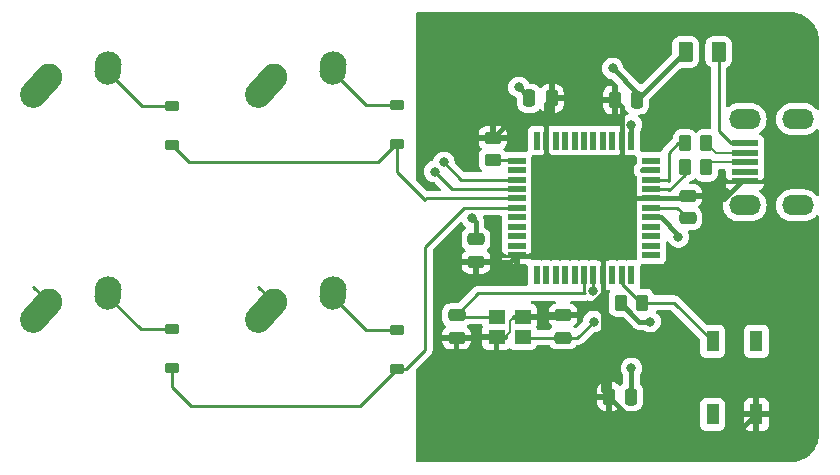
<source format=gbr>
%TF.GenerationSoftware,KiCad,Pcbnew,7.0.8*%
%TF.CreationDate,2023-10-09T20:56:40+02:00*%
%TF.ProjectId,keyboard,6b657962-6f61-4726-942e-6b696361645f,rev?*%
%TF.SameCoordinates,Original*%
%TF.FileFunction,Copper,L2,Bot*%
%TF.FilePolarity,Positive*%
%FSLAX46Y46*%
G04 Gerber Fmt 4.6, Leading zero omitted, Abs format (unit mm)*
G04 Created by KiCad (PCBNEW 7.0.8) date 2023-10-09 20:56:40*
%MOMM*%
%LPD*%
G01*
G04 APERTURE LIST*
G04 Aperture macros list*
%AMRoundRect*
0 Rectangle with rounded corners*
0 $1 Rounding radius*
0 $2 $3 $4 $5 $6 $7 $8 $9 X,Y pos of 4 corners*
0 Add a 4 corners polygon primitive as box body*
4,1,4,$2,$3,$4,$5,$6,$7,$8,$9,$2,$3,0*
0 Add four circle primitives for the rounded corners*
1,1,$1+$1,$2,$3*
1,1,$1+$1,$4,$5*
1,1,$1+$1,$6,$7*
1,1,$1+$1,$8,$9*
0 Add four rect primitives between the rounded corners*
20,1,$1+$1,$2,$3,$4,$5,0*
20,1,$1+$1,$4,$5,$6,$7,0*
20,1,$1+$1,$6,$7,$8,$9,0*
20,1,$1+$1,$8,$9,$2,$3,0*%
%AMHorizOval*
0 Thick line with rounded ends*
0 $1 width*
0 $2 $3 position (X,Y) of the first rounded end (center of the circle)*
0 $4 $5 position (X,Y) of the second rounded end (center of the circle)*
0 Add line between two ends*
20,1,$1,$2,$3,$4,$5,0*
0 Add two circle primitives to create the rounded ends*
1,1,$1,$2,$3*
1,1,$1,$4,$5*%
G04 Aperture macros list end*
%TA.AperFunction,ComponentPad*%
%ADD10HorizOval,2.250000X0.655001X0.730000X-0.655001X-0.730000X0*%
%TD*%
%TA.AperFunction,ComponentPad*%
%ADD11C,2.250000*%
%TD*%
%TA.AperFunction,ComponentPad*%
%ADD12HorizOval,2.250000X0.020000X0.290000X-0.020000X-0.290000X0*%
%TD*%
%TA.AperFunction,SMDPad,CuDef*%
%ADD13R,1.400000X1.200000*%
%TD*%
%TA.AperFunction,SMDPad,CuDef*%
%ADD14RoundRect,0.250000X-0.475000X0.250000X-0.475000X-0.250000X0.475000X-0.250000X0.475000X0.250000X0*%
%TD*%
%TA.AperFunction,SMDPad,CuDef*%
%ADD15RoundRect,0.250000X0.262500X0.450000X-0.262500X0.450000X-0.262500X-0.450000X0.262500X-0.450000X0*%
%TD*%
%TA.AperFunction,SMDPad,CuDef*%
%ADD16RoundRect,0.225000X0.375000X-0.225000X0.375000X0.225000X-0.375000X0.225000X-0.375000X-0.225000X0*%
%TD*%
%TA.AperFunction,SMDPad,CuDef*%
%ADD17R,2.250000X0.500000*%
%TD*%
%TA.AperFunction,ComponentPad*%
%ADD18O,2.700000X1.700000*%
%TD*%
%TA.AperFunction,SMDPad,CuDef*%
%ADD19RoundRect,0.250000X-0.250000X-0.475000X0.250000X-0.475000X0.250000X0.475000X-0.250000X0.475000X0*%
%TD*%
%TA.AperFunction,SMDPad,CuDef*%
%ADD20RoundRect,0.250000X0.250000X0.475000X-0.250000X0.475000X-0.250000X-0.475000X0.250000X-0.475000X0*%
%TD*%
%TA.AperFunction,SMDPad,CuDef*%
%ADD21R,1.100000X1.800000*%
%TD*%
%TA.AperFunction,SMDPad,CuDef*%
%ADD22RoundRect,0.250000X0.375000X0.625000X-0.375000X0.625000X-0.375000X-0.625000X0.375000X-0.625000X0*%
%TD*%
%TA.AperFunction,SMDPad,CuDef*%
%ADD23R,1.500000X0.550000*%
%TD*%
%TA.AperFunction,SMDPad,CuDef*%
%ADD24R,0.550000X1.500000*%
%TD*%
%TA.AperFunction,SMDPad,CuDef*%
%ADD25RoundRect,0.250000X-0.262500X-0.450000X0.262500X-0.450000X0.262500X0.450000X-0.262500X0.450000X0*%
%TD*%
%TA.AperFunction,SMDPad,CuDef*%
%ADD26RoundRect,0.250000X0.450000X-0.262500X0.450000X0.262500X-0.450000X0.262500X-0.450000X-0.262500X0*%
%TD*%
%TA.AperFunction,SMDPad,CuDef*%
%ADD27RoundRect,0.250000X0.475000X-0.250000X0.475000X0.250000X-0.475000X0.250000X-0.475000X-0.250000X0*%
%TD*%
%TA.AperFunction,ViaPad*%
%ADD28C,0.800000*%
%TD*%
%TA.AperFunction,Conductor*%
%ADD29C,0.254000*%
%TD*%
%TA.AperFunction,Conductor*%
%ADD30C,0.381000*%
%TD*%
%TA.AperFunction,Conductor*%
%ADD31C,0.203200*%
%TD*%
%TA.AperFunction,Conductor*%
%ADD32C,0.200000*%
%TD*%
G04 APERTURE END LIST*
D10*
%TO.P,MX1,1,COL*%
%TO.N,Col0*%
X109557501Y-61817500D03*
D11*
X110212500Y-61087500D03*
D12*
%TO.P,MX1,2,ROW*%
%TO.N,Net-(D1-A)*%
X115232500Y-60297500D03*
D11*
X115252500Y-60007500D03*
%TD*%
D10*
%TO.P,MX3,1,COL*%
%TO.N,Col0*%
X109557501Y-80867500D03*
D11*
X110212500Y-80137500D03*
D12*
%TO.P,MX3,2,ROW*%
%TO.N,Net-(D3-A)*%
X115232500Y-79347500D03*
D11*
X115252500Y-79057500D03*
%TD*%
D10*
%TO.P,MX4,1,COL*%
%TO.N,Col1*%
X128607501Y-80867500D03*
D11*
X129262500Y-80137500D03*
D12*
%TO.P,MX4,2,ROW*%
%TO.N,Net-(D4-A)*%
X134282500Y-79347500D03*
D11*
X134302500Y-79057500D03*
%TD*%
D10*
%TO.P,MX2,1,COL*%
%TO.N,Col1*%
X128607501Y-61817500D03*
D11*
X129262500Y-61087500D03*
D12*
%TO.P,MX2,2,ROW*%
%TO.N,Net-(D2-A)*%
X134282500Y-60297500D03*
D11*
X134302500Y-60007500D03*
%TD*%
D13*
%TO.P,Y1,1,1*%
%TO.N,Net-(U1-XTAL1)*%
X148122250Y-81345250D03*
%TO.P,Y1,2,2*%
%TO.N,GND*%
X150322250Y-81345250D03*
%TO.P,Y1,3,3*%
%TO.N,Net-(U1-XTAL2)*%
X150322250Y-83045250D03*
%TO.P,Y1,4,4*%
%TO.N,GND*%
X148122250Y-83045250D03*
%TD*%
D14*
%TO.P,C1,1*%
%TO.N,Net-(U1-XTAL1)*%
X144734250Y-81218250D03*
%TO.P,C1,2*%
%TO.N,GND*%
X144734250Y-83118250D03*
%TD*%
D15*
%TO.P,R3,1*%
%TO.N,D-*%
X165893750Y-66675000D03*
%TO.P,R3,2*%
%TO.N,Net-(U1-D-)*%
X164068750Y-66675000D03*
%TD*%
D16*
%TO.P,D2,1,K*%
%TO.N,Row0*%
X139700000Y-66737500D03*
%TO.P,D2,2,A*%
%TO.N,Net-(D2-A)*%
X139700000Y-63437500D03*
%TD*%
D17*
%TO.P,USB1,1,GND*%
%TO.N,GND*%
X169138000Y-69862500D03*
%TO.P,USB1,2,ID*%
%TO.N,unconnected-(USB1-ID-Pad2)*%
X169138000Y-69062500D03*
%TO.P,USB1,3,D+*%
%TO.N,D+*%
X169138000Y-68262500D03*
%TO.P,USB1,4,D-*%
%TO.N,D-*%
X169138000Y-67462500D03*
%TO.P,USB1,5,VBUS*%
%TO.N,VCC*%
X169138000Y-66662500D03*
D18*
%TO.P,USB1,6,SHIELD*%
%TO.N,unconnected-(USB1-SHIELD-Pad6)*%
X173638000Y-71912500D03*
X173638000Y-64612500D03*
X169138000Y-71912500D03*
X169138000Y-64612500D03*
%TD*%
D16*
%TO.P,D3,1,K*%
%TO.N,Row1*%
X120650000Y-85725000D03*
%TO.P,D3,2,A*%
%TO.N,Net-(D3-A)*%
X120650000Y-82425000D03*
%TD*%
D14*
%TO.P,C2,1*%
%TO.N,GND*%
X153751250Y-81218250D03*
%TO.P,C2,2*%
%TO.N,Net-(U1-XTAL2)*%
X153751250Y-83118250D03*
%TD*%
D15*
%TO.P,R2,1*%
%TO.N,D+*%
X165870250Y-68707000D03*
%TO.P,R2,2*%
%TO.N,Net-(U1-D+)*%
X164045250Y-68707000D03*
%TD*%
D19*
%TO.P,C5,1*%
%TO.N,+5V*%
X150896250Y-62864250D03*
%TO.P,C5,2*%
%TO.N,GND*%
X152796250Y-62864250D03*
%TD*%
D20*
%TO.P,C6,1*%
%TO.N,+5V*%
X159543750Y-88106250D03*
%TO.P,C6,2*%
%TO.N,GND*%
X157643750Y-88106250D03*
%TD*%
D21*
%TO.P,SW1,1,1*%
%TO.N,GND*%
X170125000Y-89618750D03*
%TO.P,SW1,2,2*%
%TO.N,Net-(U1-~{RESET})*%
X166425000Y-83418750D03*
%TO.P,SW1,3*%
%TO.N,N/C*%
X166425000Y-89618750D03*
%TO.P,SW1,4*%
X170125000Y-83418750D03*
%TD*%
D20*
%TO.P,C7,1*%
%TO.N,+5V*%
X160035250Y-62991250D03*
%TO.P,C7,2*%
%TO.N,GND*%
X158135250Y-62991250D03*
%TD*%
D22*
%TO.P,F1,1*%
%TO.N,VCC*%
X166933000Y-58935250D03*
%TO.P,F1,2*%
%TO.N,+5V*%
X164133000Y-58935250D03*
%TD*%
D16*
%TO.P,D1,1,K*%
%TO.N,Row0*%
X120650000Y-66800000D03*
%TO.P,D1,2,A*%
%TO.N,Net-(D1-A)*%
X120650000Y-63500000D03*
%TD*%
D14*
%TO.P,C4,1*%
%TO.N,+5V*%
X146385250Y-74807250D03*
%TO.P,C4,2*%
%TO.N,GND*%
X146385250Y-76707250D03*
%TD*%
D23*
%TO.P,U1,1,PE6*%
%TO.N,unconnected-(U1-PE6-Pad1)*%
X161229250Y-68135250D03*
%TO.P,U1,2,UVCC*%
%TO.N,+5V*%
X161229250Y-68935250D03*
%TO.P,U1,3,D-*%
%TO.N,Net-(U1-D-)*%
X161229250Y-69735250D03*
%TO.P,U1,4,D+*%
%TO.N,Net-(U1-D+)*%
X161229250Y-70535250D03*
%TO.P,U1,5,UGND*%
%TO.N,GND*%
X161229250Y-71335250D03*
%TO.P,U1,6,UCAP*%
%TO.N,Net-(U1-UCAP)*%
X161229250Y-72135250D03*
%TO.P,U1,7,VBUS*%
%TO.N,+5V*%
X161229250Y-72935250D03*
%TO.P,U1,8,PB0*%
%TO.N,unconnected-(U1-PB0-Pad8)*%
X161229250Y-73735250D03*
%TO.P,U1,9,PB1*%
%TO.N,unconnected-(U1-PB1-Pad9)*%
X161229250Y-74535250D03*
%TO.P,U1,10,PB2*%
%TO.N,unconnected-(U1-PB2-Pad10)*%
X161229250Y-75335250D03*
%TO.P,U1,11,PB3*%
%TO.N,unconnected-(U1-PB3-Pad11)*%
X161229250Y-76135250D03*
D24*
%TO.P,U1,12,PB7*%
%TO.N,unconnected-(U1-PB7-Pad12)*%
X159529250Y-77835250D03*
%TO.P,U1,13,~{RESET}*%
%TO.N,Net-(U1-~{RESET})*%
X158729250Y-77835250D03*
%TO.P,U1,14,VCC*%
%TO.N,+5V*%
X157929250Y-77835250D03*
%TO.P,U1,15,GND*%
%TO.N,GND*%
X157129250Y-77835250D03*
%TO.P,U1,16,XTAL2*%
%TO.N,Net-(U1-XTAL2)*%
X156329250Y-77835250D03*
%TO.P,U1,17,XTAL1*%
%TO.N,Net-(U1-XTAL1)*%
X155529250Y-77835250D03*
%TO.P,U1,18,PD0*%
%TO.N,unconnected-(U1-PD0-Pad18)*%
X154729250Y-77835250D03*
%TO.P,U1,19,PD1*%
%TO.N,unconnected-(U1-PD1-Pad19)*%
X153929250Y-77835250D03*
%TO.P,U1,20,PD2*%
%TO.N,unconnected-(U1-PD2-Pad20)*%
X153129250Y-77835250D03*
%TO.P,U1,21,PD3*%
%TO.N,unconnected-(U1-PD3-Pad21)*%
X152329250Y-77835250D03*
%TO.P,U1,22,PD5*%
%TO.N,unconnected-(U1-PD5-Pad22)*%
X151529250Y-77835250D03*
D23*
%TO.P,U1,23,GND*%
%TO.N,GND*%
X149829250Y-76135250D03*
%TO.P,U1,24,AVCC*%
%TO.N,+5V*%
X149829250Y-75335250D03*
%TO.P,U1,25,PD4*%
%TO.N,unconnected-(U1-PD4-Pad25)*%
X149829250Y-74535250D03*
%TO.P,U1,26,PD6*%
%TO.N,unconnected-(U1-PD6-Pad26)*%
X149829250Y-73735250D03*
%TO.P,U1,27,PD7*%
%TO.N,unconnected-(U1-PD7-Pad27)*%
X149829250Y-72935250D03*
%TO.P,U1,28,PB4*%
%TO.N,Row1*%
X149829250Y-72135250D03*
%TO.P,U1,29,PB5*%
%TO.N,Row0*%
X149829250Y-71335250D03*
%TO.P,U1,30,PB6*%
%TO.N,Col1*%
X149829250Y-70535250D03*
%TO.P,U1,31,PC6*%
%TO.N,Col0*%
X149829250Y-69735250D03*
%TO.P,U1,32,PC7*%
%TO.N,unconnected-(U1-PC7-Pad32)*%
X149829250Y-68935250D03*
%TO.P,U1,33,~{HWB}/PE2*%
%TO.N,Net-(U1-~{HWB}{slash}PE2)*%
X149829250Y-68135250D03*
D24*
%TO.P,U1,34,VCC*%
%TO.N,+5V*%
X151529250Y-66435250D03*
%TO.P,U1,35,GND*%
%TO.N,GND*%
X152329250Y-66435250D03*
%TO.P,U1,36,PF7*%
%TO.N,unconnected-(U1-PF7-Pad36)*%
X153129250Y-66435250D03*
%TO.P,U1,37,PF6*%
%TO.N,unconnected-(U1-PF6-Pad37)*%
X153929250Y-66435250D03*
%TO.P,U1,38,PF5*%
%TO.N,unconnected-(U1-PF5-Pad38)*%
X154729250Y-66435250D03*
%TO.P,U1,39,PF4*%
%TO.N,unconnected-(U1-PF4-Pad39)*%
X155529250Y-66435250D03*
%TO.P,U1,40,PF1*%
%TO.N,unconnected-(U1-PF1-Pad40)*%
X156329250Y-66435250D03*
%TO.P,U1,41,PF0*%
%TO.N,unconnected-(U1-PF0-Pad41)*%
X157129250Y-66435250D03*
%TO.P,U1,42,AREF*%
%TO.N,unconnected-(U1-AREF-Pad42)*%
X157929250Y-66435250D03*
%TO.P,U1,43,GND*%
%TO.N,GND*%
X158729250Y-66435250D03*
%TO.P,U1,44,AVCC*%
%TO.N,+5V*%
X159529250Y-66435250D03*
%TD*%
D25*
%TO.P,R1,1*%
%TO.N,+5V*%
X158631250Y-80168750D03*
%TO.P,R1,2*%
%TO.N,Net-(U1-~{RESET})*%
X160456250Y-80168750D03*
%TD*%
D16*
%TO.P,D4,1,K*%
%TO.N,Row1*%
X139700000Y-85787500D03*
%TO.P,D4,2,A*%
%TO.N,Net-(D4-A)*%
X139700000Y-82487500D03*
%TD*%
D26*
%TO.P,R4,1*%
%TO.N,Net-(U1-~{HWB}{slash}PE2)*%
X147796250Y-68040250D03*
%TO.P,R4,2*%
%TO.N,GND*%
X147796250Y-66215250D03*
%TD*%
D27*
%TO.P,C3,1*%
%TO.N,Net-(U1-UCAP)*%
X164306250Y-73025000D03*
%TO.P,C3,2*%
%TO.N,GND*%
X164306250Y-71125000D03*
%TD*%
D28*
%TO.N,Net-(U1-XTAL2)*%
X156258569Y-79128960D03*
X156339250Y-81756250D03*
%TO.N,+5V*%
X159543750Y-65087500D03*
X157956250Y-60325000D03*
X163512500Y-74612500D03*
X159543750Y-85725000D03*
X146050000Y-73025000D03*
X150018750Y-61912500D03*
X161131250Y-81756250D03*
%TO.N,Col0*%
X143668750Y-68262500D03*
%TO.N,Col1*%
X142875000Y-69056250D03*
%TD*%
D29*
%TO.N,Net-(U1-XTAL1)*%
X155529250Y-79329250D02*
X155529250Y-77835250D01*
X148122250Y-81345250D02*
X144861250Y-81345250D01*
X144861250Y-81345250D02*
X144734250Y-81218250D01*
X144734250Y-81218250D02*
X146577500Y-79375000D01*
X146577500Y-79375000D02*
X155575000Y-79375000D01*
X155575000Y-79375000D02*
X155529250Y-79329250D01*
D30*
%TO.N,GND*%
X152329250Y-64293750D02*
X149717750Y-64293750D01*
X157129250Y-87591750D02*
X157129250Y-79375000D01*
X153624250Y-81345250D02*
X153751250Y-81218250D01*
X170125000Y-89618750D02*
X167668750Y-92075000D01*
X157129250Y-72264500D02*
X158058500Y-71335250D01*
X149257250Y-76707250D02*
X149829250Y-76135250D01*
X158729250Y-66435250D02*
X158729250Y-71314500D01*
X157129250Y-76200000D02*
X157129250Y-72264500D01*
X152329250Y-64293750D02*
X152329250Y-66435250D01*
X158750000Y-71335250D02*
X161229250Y-71335250D01*
X168937633Y-69862500D02*
X167421941Y-71378192D01*
X152329250Y-67464500D02*
X157129250Y-72264500D01*
X155286000Y-81218250D02*
X157129250Y-79375000D01*
D31*
X149225000Y-81742500D02*
X149225000Y-82642500D01*
D30*
X149717750Y-64293750D02*
X147796250Y-66215250D01*
X149894000Y-76200000D02*
X157129250Y-76200000D01*
D31*
X149225000Y-82642500D02*
X148822250Y-83045250D01*
D30*
X157129250Y-79375000D02*
X157129250Y-77835250D01*
X152329250Y-63331250D02*
X152329250Y-64293750D01*
X158135250Y-62991250D02*
X158729250Y-63585250D01*
X146385250Y-76707250D02*
X149257250Y-76707250D01*
X148822250Y-83045250D02*
X148122250Y-83045250D01*
X167421941Y-71378192D02*
X167168749Y-71125000D01*
X149829250Y-76135250D02*
X149894000Y-76200000D01*
D31*
X149622250Y-81345250D02*
X149225000Y-81742500D01*
D30*
X169138000Y-69862500D02*
X168937633Y-69862500D01*
X158729250Y-71314500D02*
X158750000Y-71335250D01*
X157643750Y-88106250D02*
X157129250Y-87591750D01*
X157129250Y-77835250D02*
X157129250Y-76200000D01*
X167668750Y-92075000D02*
X161612500Y-92075000D01*
X158058500Y-71335250D02*
X158750000Y-71335250D01*
X152329250Y-66435250D02*
X152329250Y-67464500D01*
X150322250Y-81345250D02*
X153624250Y-81345250D01*
X152796250Y-62864250D02*
X152329250Y-63331250D01*
X144807250Y-83045250D02*
X144734250Y-83118250D01*
X167168749Y-71125000D02*
X164306250Y-71125000D01*
X164096000Y-71335250D02*
X161229250Y-71335250D01*
X148122250Y-83045250D02*
X144807250Y-83045250D01*
X158729250Y-63585250D02*
X158729250Y-66435250D01*
X164306250Y-71125000D02*
X164096000Y-71335250D01*
X161612500Y-92075000D02*
X157643750Y-88106250D01*
X153751250Y-81218250D02*
X155286000Y-81218250D01*
X150322250Y-81345250D02*
X149622250Y-81345250D01*
D29*
%TO.N,Net-(U1-XTAL2)*%
X156258569Y-79128960D02*
X156258569Y-77905931D01*
X156258569Y-77905931D02*
X156329250Y-77835250D01*
X154977250Y-83118250D02*
X156339250Y-81756250D01*
X153751250Y-83118250D02*
X150395250Y-83118250D01*
X150395250Y-83118250D02*
X150322250Y-83045250D01*
X153751250Y-83118250D02*
X154977250Y-83118250D01*
%TO.N,Net-(U1-UCAP)*%
X164306250Y-73025000D02*
X163416500Y-72135250D01*
X163416500Y-72135250D02*
X161229250Y-72135250D01*
D30*
%TO.N,+5V*%
X159543750Y-85725000D02*
X159543750Y-88106250D01*
X159543750Y-81081250D02*
X158631250Y-80168750D01*
X160035250Y-62991250D02*
X160035250Y-62404000D01*
X158631250Y-80168750D02*
X160218750Y-81756250D01*
X160452000Y-68935250D02*
X161229250Y-68935250D01*
X150896250Y-62790000D02*
X150018750Y-61912500D01*
X163512500Y-74441250D02*
X162006500Y-72935250D01*
X160035250Y-62404000D02*
X157956250Y-60325000D01*
X150896250Y-62864250D02*
X150896250Y-62790000D01*
X164133000Y-58935250D02*
X164091250Y-58935250D01*
X162006500Y-72935250D02*
X161229250Y-72935250D01*
X163512500Y-74612500D02*
X163512500Y-74441250D01*
X160218750Y-81756250D02*
X161131250Y-81756250D01*
X159543750Y-66420750D02*
X159529250Y-66435250D01*
X146385250Y-74807250D02*
X146385250Y-73360250D01*
X146385250Y-73360250D02*
X146050000Y-73025000D01*
X164091250Y-58935250D02*
X160035250Y-62991250D01*
X159543750Y-65087500D02*
X159543750Y-66420750D01*
D29*
%TO.N,Row0*%
X122112500Y-68262500D02*
X138112500Y-68262500D01*
X139700000Y-66737500D02*
X139700000Y-69056250D01*
X142081250Y-71437500D02*
X142183500Y-71335250D01*
X142183500Y-71335250D02*
X149829250Y-71335250D01*
X120650000Y-66800000D02*
X122112500Y-68262500D01*
X139637500Y-66737500D02*
X139700000Y-66737500D01*
X138112500Y-68262500D02*
X139637500Y-66737500D01*
X139700000Y-69056250D02*
X142081250Y-71437500D01*
%TO.N,Net-(D1-A)*%
X120650000Y-63500000D02*
X118125000Y-63500000D01*
X118125000Y-63500000D02*
X115212500Y-60587500D01*
%TO.N,Net-(D2-A)*%
X137112500Y-63437500D02*
X134262500Y-60587500D01*
X139700000Y-63437500D02*
X137112500Y-63437500D01*
%TO.N,Row1*%
X120650000Y-85725000D02*
X120650000Y-87312500D01*
X139700000Y-85787500D02*
X140431250Y-85787500D01*
X142081250Y-75406250D02*
X145352250Y-72135250D01*
X120650000Y-87312500D02*
X122237500Y-88900000D01*
X145352250Y-72135250D02*
X149829250Y-72135250D01*
X140431250Y-85787500D02*
X142081250Y-84137500D01*
X142081250Y-84137500D02*
X142081250Y-75406250D01*
X122237500Y-88900000D02*
X136587500Y-88900000D01*
X136587500Y-88900000D02*
X139700000Y-85787500D01*
%TO.N,Net-(D3-A)*%
X118000000Y-82425000D02*
X115212500Y-79637500D01*
X120650000Y-82425000D02*
X118000000Y-82425000D01*
%TO.N,Net-(D4-A)*%
X139700000Y-82487500D02*
X137112500Y-82487500D01*
X137112500Y-82487500D02*
X134262500Y-79637500D01*
%TO.N,VCC*%
X168013000Y-66662500D02*
X166933000Y-65582500D01*
X169138000Y-66662500D02*
X168013000Y-66662500D01*
X166933000Y-65582500D02*
X166933000Y-58935250D01*
%TO.N,Col0*%
X145141500Y-69735250D02*
X149829250Y-69735250D01*
X108902500Y-78827500D02*
X110212500Y-80137500D01*
X143668750Y-68262500D02*
X145141500Y-69735250D01*
%TO.N,Col1*%
X142875000Y-69056250D02*
X144354000Y-70535250D01*
X144354000Y-70535250D02*
X149829250Y-70535250D01*
X129262500Y-80137500D02*
X127952500Y-78827500D01*
%TO.N,Net-(U1-~{RESET})*%
X166425000Y-83418750D02*
X163175000Y-80168750D01*
X160312750Y-80168750D02*
X158729250Y-78585250D01*
X163175000Y-80168750D02*
X160456250Y-80168750D01*
X158729250Y-78585250D02*
X158729250Y-77835250D01*
X160456250Y-80168750D02*
X160312750Y-80168750D01*
D32*
%TO.N,D+*%
X166314750Y-68262500D02*
X165870250Y-68707000D01*
X169138000Y-68262500D02*
X166314750Y-68262500D01*
D29*
%TO.N,Net-(U1-D+)*%
X164045250Y-69317250D02*
X162718750Y-70643750D01*
X162718750Y-70643750D02*
X162610250Y-70535250D01*
X164045250Y-68707000D02*
X164045250Y-69317250D01*
X162610250Y-70535250D02*
X161229250Y-70535250D01*
D32*
%TO.N,D-*%
X169138000Y-67462500D02*
X166681250Y-67462500D01*
X166681250Y-67462500D02*
X165893750Y-66675000D01*
D29*
%TO.N,Net-(U1-D-)*%
X162718750Y-67468750D02*
X162718750Y-69850000D01*
X162604000Y-69735250D02*
X161229250Y-69735250D01*
X163512500Y-66675000D02*
X162718750Y-67468750D01*
X164068750Y-66675000D02*
X163512500Y-66675000D01*
X162718750Y-69850000D02*
X162604000Y-69735250D01*
%TO.N,Net-(U1-~{HWB}{slash}PE2)*%
X147796250Y-68040250D02*
X149734250Y-68040250D01*
X149734250Y-68040250D02*
X149829250Y-68135250D01*
%TD*%
%TA.AperFunction,Conductor*%
%TO.N,GND*%
G36*
X173039366Y-55563113D02*
G01*
X173060469Y-55564389D01*
X173133432Y-55568802D01*
X173329370Y-55581676D01*
X173336475Y-55582558D01*
X173463709Y-55605874D01*
X173624002Y-55637758D01*
X173630311Y-55639364D01*
X173761480Y-55680237D01*
X173909196Y-55730379D01*
X173914706Y-55732549D01*
X174043124Y-55790344D01*
X174180508Y-55858094D01*
X174185150Y-55860636D01*
X174306039Y-55933714D01*
X174308404Y-55935218D01*
X174433675Y-56018920D01*
X174437437Y-56021646D01*
X174549214Y-56109216D01*
X174551848Y-56111399D01*
X174664655Y-56210326D01*
X174667605Y-56213089D01*
X174768162Y-56313643D01*
X174770936Y-56316605D01*
X174869865Y-56429409D01*
X174872057Y-56432052D01*
X174959617Y-56543812D01*
X174962356Y-56547594D01*
X175046058Y-56672858D01*
X175047566Y-56675229D01*
X175120631Y-56796092D01*
X175123179Y-56800746D01*
X175190938Y-56938138D01*
X175248731Y-57066546D01*
X175250904Y-57072065D01*
X175301041Y-57219756D01*
X175341915Y-57350919D01*
X175343532Y-57357272D01*
X175375427Y-57517598D01*
X175398729Y-57644747D01*
X175399612Y-57651873D01*
X175412911Y-57854701D01*
X175418137Y-57941065D01*
X175418250Y-57944810D01*
X175418250Y-63693082D01*
X175398565Y-63760121D01*
X175345761Y-63805876D01*
X175276603Y-63815820D01*
X175213047Y-63786795D01*
X175192676Y-63764207D01*
X175176493Y-63741096D01*
X175009402Y-63574005D01*
X174815830Y-63438465D01*
X174815828Y-63438464D01*
X174708746Y-63388531D01*
X174601663Y-63338597D01*
X174601659Y-63338596D01*
X174601655Y-63338594D01*
X174373413Y-63277438D01*
X174373403Y-63277436D01*
X174196966Y-63262000D01*
X173079034Y-63262000D01*
X172902596Y-63277436D01*
X172902586Y-63277438D01*
X172674344Y-63338594D01*
X172674335Y-63338598D01*
X172460171Y-63438464D01*
X172460169Y-63438465D01*
X172266597Y-63574005D01*
X172099506Y-63741097D01*
X172099501Y-63741104D01*
X171963967Y-63934665D01*
X171963965Y-63934669D01*
X171864098Y-64148835D01*
X171864094Y-64148844D01*
X171802938Y-64377086D01*
X171802936Y-64377096D01*
X171782341Y-64612499D01*
X171782341Y-64612500D01*
X171802936Y-64847903D01*
X171802938Y-64847913D01*
X171864094Y-65076155D01*
X171864096Y-65076159D01*
X171864097Y-65076163D01*
X171911963Y-65178811D01*
X171963964Y-65290328D01*
X171963965Y-65290330D01*
X172099505Y-65483902D01*
X172266597Y-65650994D01*
X172460169Y-65786534D01*
X172460171Y-65786535D01*
X172674337Y-65886403D01*
X172902592Y-65947563D01*
X173079034Y-65963000D01*
X174196966Y-65963000D01*
X174373408Y-65947563D01*
X174601663Y-65886403D01*
X174815829Y-65786535D01*
X175009401Y-65650995D01*
X175176495Y-65483901D01*
X175192675Y-65460794D01*
X175247252Y-65417169D01*
X175316750Y-65409975D01*
X175379105Y-65441498D01*
X175414519Y-65501727D01*
X175418250Y-65531917D01*
X175418250Y-70993082D01*
X175398565Y-71060121D01*
X175345761Y-71105876D01*
X175276603Y-71115820D01*
X175213047Y-71086795D01*
X175192676Y-71064207D01*
X175176493Y-71041096D01*
X175009402Y-70874005D01*
X174815830Y-70738465D01*
X174815828Y-70738464D01*
X174672075Y-70671431D01*
X174601663Y-70638597D01*
X174601659Y-70638596D01*
X174601655Y-70638594D01*
X174373413Y-70577438D01*
X174373403Y-70577436D01*
X174196966Y-70562000D01*
X173079034Y-70562000D01*
X172902596Y-70577436D01*
X172902586Y-70577438D01*
X172674344Y-70638594D01*
X172674335Y-70638598D01*
X172460171Y-70738464D01*
X172460169Y-70738465D01*
X172266597Y-70874005D01*
X172099506Y-71041097D01*
X172099501Y-71041104D01*
X171963967Y-71234665D01*
X171963965Y-71234669D01*
X171864098Y-71448835D01*
X171864094Y-71448844D01*
X171802938Y-71677086D01*
X171802936Y-71677096D01*
X171782341Y-71912499D01*
X171782341Y-71912500D01*
X171802936Y-72147903D01*
X171802938Y-72147913D01*
X171864094Y-72376155D01*
X171864096Y-72376159D01*
X171864097Y-72376163D01*
X171902316Y-72458123D01*
X171963964Y-72590328D01*
X171963965Y-72590330D01*
X172099505Y-72783902D01*
X172266597Y-72950994D01*
X172460169Y-73086534D01*
X172460171Y-73086535D01*
X172674337Y-73186403D01*
X172674343Y-73186404D01*
X172674344Y-73186405D01*
X172729285Y-73201126D01*
X172902592Y-73247563D01*
X173079034Y-73263000D01*
X174196966Y-73263000D01*
X174373408Y-73247563D01*
X174601663Y-73186403D01*
X174815829Y-73086535D01*
X175009401Y-72950995D01*
X175176495Y-72783901D01*
X175192675Y-72760794D01*
X175247252Y-72717169D01*
X175316750Y-72709975D01*
X175379105Y-72741498D01*
X175414519Y-72801727D01*
X175418250Y-72831917D01*
X175418250Y-91279368D01*
X175418137Y-91283114D01*
X175412066Y-91383447D01*
X175399714Y-91572289D01*
X175398830Y-91579425D01*
X175374187Y-91713891D01*
X175343762Y-91866822D01*
X175342145Y-91873175D01*
X175299820Y-92008996D01*
X175251286Y-92151963D01*
X175249113Y-92157481D01*
X175189722Y-92289439D01*
X175123747Y-92423218D01*
X175121198Y-92427873D01*
X175046364Y-92551658D01*
X175044857Y-92554029D01*
X174963151Y-92676306D01*
X174960404Y-92680099D01*
X174870889Y-92794353D01*
X174868697Y-92796996D01*
X174771992Y-92907266D01*
X174769217Y-92910228D01*
X174666498Y-93012946D01*
X174663536Y-93015720D01*
X174553251Y-93112435D01*
X174550608Y-93114627D01*
X174436366Y-93204127D01*
X174432574Y-93206874D01*
X174310265Y-93288597D01*
X174307894Y-93290105D01*
X174184137Y-93364917D01*
X174179483Y-93367466D01*
X174045680Y-93433450D01*
X173913737Y-93492831D01*
X173908218Y-93495004D01*
X173765250Y-93543535D01*
X173629425Y-93585859D01*
X173623071Y-93587476D01*
X173470133Y-93617897D01*
X173335653Y-93642540D01*
X173328527Y-93643424D01*
X173146308Y-93655368D01*
X173077236Y-93659546D01*
X173038538Y-93661887D01*
X173034800Y-93662000D01*
X141411500Y-93662000D01*
X141344461Y-93642315D01*
X141298706Y-93589511D01*
X141287500Y-93538000D01*
X141287500Y-90566620D01*
X165374500Y-90566620D01*
X165374501Y-90566626D01*
X165380908Y-90626233D01*
X165431202Y-90761078D01*
X165431206Y-90761085D01*
X165517452Y-90876294D01*
X165517455Y-90876297D01*
X165632664Y-90962543D01*
X165632671Y-90962547D01*
X165767517Y-91012841D01*
X165767516Y-91012841D01*
X165774444Y-91013585D01*
X165827127Y-91019250D01*
X167022872Y-91019249D01*
X167082483Y-91012841D01*
X167217331Y-90962546D01*
X167332546Y-90876296D01*
X167418796Y-90761081D01*
X167469091Y-90626233D01*
X167475500Y-90566623D01*
X167475499Y-89868750D01*
X169075000Y-89868750D01*
X169075000Y-90566594D01*
X169081401Y-90626122D01*
X169081403Y-90626129D01*
X169131645Y-90760836D01*
X169131649Y-90760843D01*
X169217809Y-90875937D01*
X169217812Y-90875940D01*
X169332906Y-90962100D01*
X169332913Y-90962104D01*
X169467620Y-91012346D01*
X169467627Y-91012348D01*
X169527155Y-91018749D01*
X169527172Y-91018750D01*
X169875000Y-91018750D01*
X169875000Y-89868750D01*
X170375000Y-89868750D01*
X170375000Y-91018750D01*
X170722828Y-91018750D01*
X170722844Y-91018749D01*
X170782372Y-91012348D01*
X170782379Y-91012346D01*
X170917086Y-90962104D01*
X170917093Y-90962100D01*
X171032187Y-90875940D01*
X171032190Y-90875937D01*
X171118350Y-90760843D01*
X171118354Y-90760836D01*
X171168596Y-90626129D01*
X171168598Y-90626122D01*
X171174999Y-90566594D01*
X171175000Y-90566577D01*
X171175000Y-89868750D01*
X170375000Y-89868750D01*
X169875000Y-89868750D01*
X169075000Y-89868750D01*
X167475499Y-89868750D01*
X167475499Y-89368750D01*
X169075000Y-89368750D01*
X169875000Y-89368750D01*
X169875000Y-88218750D01*
X170375000Y-88218750D01*
X170375000Y-89368750D01*
X171175000Y-89368750D01*
X171175000Y-88670922D01*
X171174999Y-88670905D01*
X171168598Y-88611377D01*
X171168596Y-88611370D01*
X171118354Y-88476663D01*
X171118350Y-88476656D01*
X171032190Y-88361562D01*
X171032187Y-88361559D01*
X170917093Y-88275399D01*
X170917086Y-88275395D01*
X170782379Y-88225153D01*
X170782372Y-88225151D01*
X170722844Y-88218750D01*
X170375000Y-88218750D01*
X169875000Y-88218750D01*
X169527155Y-88218750D01*
X169467627Y-88225151D01*
X169467620Y-88225153D01*
X169332913Y-88275395D01*
X169332906Y-88275399D01*
X169217812Y-88361559D01*
X169217809Y-88361562D01*
X169131649Y-88476656D01*
X169131645Y-88476663D01*
X169081403Y-88611370D01*
X169081401Y-88611377D01*
X169075000Y-88670905D01*
X169075000Y-89368750D01*
X167475499Y-89368750D01*
X167475499Y-88670878D01*
X167469091Y-88611267D01*
X167418884Y-88476656D01*
X167418797Y-88476421D01*
X167418793Y-88476414D01*
X167332547Y-88361205D01*
X167332544Y-88361202D01*
X167217335Y-88274956D01*
X167217328Y-88274952D01*
X167082482Y-88224658D01*
X167082483Y-88224658D01*
X167022883Y-88218251D01*
X167022881Y-88218250D01*
X167022873Y-88218250D01*
X167022864Y-88218250D01*
X165827129Y-88218250D01*
X165827123Y-88218251D01*
X165767516Y-88224658D01*
X165632671Y-88274952D01*
X165632664Y-88274956D01*
X165517455Y-88361202D01*
X165517452Y-88361205D01*
X165431206Y-88476414D01*
X165431202Y-88476421D01*
X165380908Y-88611267D01*
X165374501Y-88670866D01*
X165374501Y-88670873D01*
X165374500Y-88670885D01*
X165374500Y-90566620D01*
X141287500Y-90566620D01*
X141287500Y-88356250D01*
X156643751Y-88356250D01*
X156643751Y-88631236D01*
X156654244Y-88733947D01*
X156709391Y-88900369D01*
X156709393Y-88900374D01*
X156801434Y-89049595D01*
X156925404Y-89173565D01*
X157074625Y-89265606D01*
X157074630Y-89265608D01*
X157241052Y-89320755D01*
X157241059Y-89320756D01*
X157343769Y-89331249D01*
X157893750Y-89331249D01*
X157943722Y-89331249D01*
X157943736Y-89331248D01*
X158046447Y-89320755D01*
X158212869Y-89265608D01*
X158212874Y-89265606D01*
X158362095Y-89173565D01*
X158486068Y-89049592D01*
X158487915Y-89046598D01*
X158489719Y-89044974D01*
X158490548Y-89043927D01*
X158490726Y-89044068D01*
X158539860Y-88999871D01*
X158608823Y-88988646D01*
X158672906Y-89016486D01*
X158698993Y-89046591D01*
X158701038Y-89049906D01*
X158825094Y-89173962D01*
X158974416Y-89266064D01*
X159140953Y-89321249D01*
X159243741Y-89331750D01*
X159843758Y-89331749D01*
X159843766Y-89331748D01*
X159843769Y-89331748D01*
X159900052Y-89325998D01*
X159946547Y-89321249D01*
X160113084Y-89266064D01*
X160262406Y-89173962D01*
X160386462Y-89049906D01*
X160478564Y-88900584D01*
X160533749Y-88734047D01*
X160544250Y-88631259D01*
X160544249Y-87581242D01*
X160533749Y-87478453D01*
X160478564Y-87311916D01*
X160386462Y-87162594D01*
X160271068Y-87047200D01*
X160237584Y-86985877D01*
X160234750Y-86959519D01*
X160234750Y-86350942D01*
X160254435Y-86283903D01*
X160266603Y-86267967D01*
X160276280Y-86257219D01*
X160276283Y-86257216D01*
X160370929Y-86093284D01*
X160429424Y-85913256D01*
X160449210Y-85725000D01*
X160429424Y-85536744D01*
X160370929Y-85356716D01*
X160276283Y-85192784D01*
X160149621Y-85052112D01*
X160149620Y-85052111D01*
X159996484Y-84940851D01*
X159996479Y-84940848D01*
X159823557Y-84863857D01*
X159823552Y-84863855D01*
X159677751Y-84832865D01*
X159638396Y-84824500D01*
X159449104Y-84824500D01*
X159416647Y-84831398D01*
X159263947Y-84863855D01*
X159263942Y-84863857D01*
X159091020Y-84940848D01*
X159091015Y-84940851D01*
X158937879Y-85052111D01*
X158811216Y-85192785D01*
X158716571Y-85356715D01*
X158716568Y-85356722D01*
X158681212Y-85465538D01*
X158658076Y-85536744D01*
X158638290Y-85725000D01*
X158658076Y-85913256D01*
X158658077Y-85913259D01*
X158716568Y-86093277D01*
X158716571Y-86093284D01*
X158811216Y-86257215D01*
X158811219Y-86257219D01*
X158820897Y-86267967D01*
X158851129Y-86330957D01*
X158852750Y-86350942D01*
X158852750Y-86959519D01*
X158833065Y-87026558D01*
X158816432Y-87047200D01*
X158701033Y-87162599D01*
X158698991Y-87165911D01*
X158696997Y-87167703D01*
X158696557Y-87168261D01*
X158696461Y-87168185D01*
X158647041Y-87212633D01*
X158578078Y-87223852D01*
X158513997Y-87196005D01*
X158487918Y-87165906D01*
X158486069Y-87162909D01*
X158486066Y-87162905D01*
X158362095Y-87038934D01*
X158212874Y-86946893D01*
X158212869Y-86946891D01*
X158046447Y-86891744D01*
X158046440Y-86891743D01*
X157943736Y-86881250D01*
X157893750Y-86881250D01*
X157893750Y-89331249D01*
X157343769Y-89331249D01*
X157393749Y-89331248D01*
X157393750Y-89331248D01*
X157393750Y-88356250D01*
X156643751Y-88356250D01*
X141287500Y-88356250D01*
X141287500Y-87856250D01*
X156643750Y-87856250D01*
X157393750Y-87856250D01*
X157393750Y-86881250D01*
X157393749Y-86881249D01*
X157343779Y-86881250D01*
X157343761Y-86881251D01*
X157241052Y-86891744D01*
X157074630Y-86946891D01*
X157074625Y-86946893D01*
X156925404Y-87038934D01*
X156801434Y-87162904D01*
X156709393Y-87312125D01*
X156709391Y-87312130D01*
X156654244Y-87478552D01*
X156654243Y-87478559D01*
X156643750Y-87581263D01*
X156643750Y-87856250D01*
X141287500Y-87856250D01*
X141287500Y-85870030D01*
X141307185Y-85802991D01*
X141323816Y-85782352D01*
X142466293Y-84639874D01*
X142478575Y-84630037D01*
X142478394Y-84629818D01*
X142484402Y-84624846D01*
X142484412Y-84624840D01*
X142531927Y-84574241D01*
X142552873Y-84553296D01*
X142557142Y-84547790D01*
X142560926Y-84543359D01*
X142592943Y-84509267D01*
X142602639Y-84491628D01*
X142613323Y-84475361D01*
X142625658Y-84459462D01*
X142644228Y-84416546D01*
X142646784Y-84411327D01*
X142669322Y-84370334D01*
X142674328Y-84350834D01*
X142680632Y-84332424D01*
X142688620Y-84313965D01*
X142688623Y-84313959D01*
X142695937Y-84267780D01*
X142697118Y-84262070D01*
X142708750Y-84216772D01*
X142708750Y-84196635D01*
X142710277Y-84177235D01*
X142713424Y-84157367D01*
X142709025Y-84110829D01*
X142708750Y-84104991D01*
X142708750Y-83368250D01*
X143509251Y-83368250D01*
X143509251Y-83418236D01*
X143519744Y-83520947D01*
X143574891Y-83687369D01*
X143574893Y-83687374D01*
X143666934Y-83836595D01*
X143790904Y-83960565D01*
X143940125Y-84052606D01*
X143940130Y-84052608D01*
X144106552Y-84107755D01*
X144106559Y-84107756D01*
X144209269Y-84118249D01*
X144484249Y-84118249D01*
X144484250Y-84118248D01*
X144484250Y-83368250D01*
X144984250Y-83368250D01*
X144984250Y-84118249D01*
X145259222Y-84118249D01*
X145259236Y-84118248D01*
X145361947Y-84107755D01*
X145528369Y-84052608D01*
X145528374Y-84052606D01*
X145677595Y-83960565D01*
X145801565Y-83836595D01*
X145893606Y-83687374D01*
X145893608Y-83687369D01*
X145948755Y-83520947D01*
X145948756Y-83520940D01*
X145959249Y-83418236D01*
X145959250Y-83418223D01*
X145959250Y-83368250D01*
X144984250Y-83368250D01*
X144484250Y-83368250D01*
X143509251Y-83368250D01*
X142708750Y-83368250D01*
X142708750Y-83295250D01*
X146922250Y-83295250D01*
X146922250Y-83693094D01*
X146928651Y-83752622D01*
X146928653Y-83752629D01*
X146978895Y-83887336D01*
X146978899Y-83887343D01*
X147065059Y-84002437D01*
X147065062Y-84002440D01*
X147180156Y-84088600D01*
X147180163Y-84088604D01*
X147314870Y-84138846D01*
X147314877Y-84138848D01*
X147374405Y-84145249D01*
X147374422Y-84145250D01*
X147872250Y-84145250D01*
X147872250Y-83295250D01*
X146922250Y-83295250D01*
X142708750Y-83295250D01*
X142708750Y-76957250D01*
X145160251Y-76957250D01*
X145160251Y-77007236D01*
X145170744Y-77109947D01*
X145225891Y-77276369D01*
X145225893Y-77276374D01*
X145317934Y-77425595D01*
X145441904Y-77549565D01*
X145591125Y-77641606D01*
X145591130Y-77641608D01*
X145757552Y-77696755D01*
X145757559Y-77696756D01*
X145860269Y-77707249D01*
X146135249Y-77707249D01*
X146135250Y-77707248D01*
X146135250Y-76957250D01*
X146635250Y-76957250D01*
X146635250Y-77707249D01*
X146910222Y-77707249D01*
X146910236Y-77707248D01*
X147012947Y-77696755D01*
X147179369Y-77641608D01*
X147179374Y-77641606D01*
X147328595Y-77549565D01*
X147452565Y-77425595D01*
X147544606Y-77276374D01*
X147544608Y-77276369D01*
X147599755Y-77109947D01*
X147599756Y-77109940D01*
X147610249Y-77007236D01*
X147610250Y-77007223D01*
X147610250Y-76957250D01*
X146635250Y-76957250D01*
X146135250Y-76957250D01*
X145160251Y-76957250D01*
X142708750Y-76957250D01*
X142708750Y-75717530D01*
X142728435Y-75650491D01*
X142745064Y-75629854D01*
X145020944Y-73353973D01*
X145082265Y-73320490D01*
X145151957Y-73325474D01*
X145207890Y-73367346D01*
X145221902Y-73391219D01*
X145222821Y-73393285D01*
X145242747Y-73427797D01*
X145317467Y-73557216D01*
X145444129Y-73697888D01*
X145491796Y-73732520D01*
X145534462Y-73787849D01*
X145540441Y-73857463D01*
X145507836Y-73919258D01*
X145484008Y-73938376D01*
X145441597Y-73964535D01*
X145441593Y-73964538D01*
X145317539Y-74088592D01*
X145225437Y-74237913D01*
X145225435Y-74237918D01*
X145223346Y-74244222D01*
X145170251Y-74404453D01*
X145170251Y-74404454D01*
X145170250Y-74404454D01*
X145159750Y-74507233D01*
X145159750Y-75107251D01*
X145159751Y-75107269D01*
X145170250Y-75210046D01*
X145170251Y-75210049D01*
X145225435Y-75376581D01*
X145225437Y-75376586D01*
X145237813Y-75396651D01*
X145317538Y-75525906D01*
X145441594Y-75649962D01*
X145442452Y-75650491D01*
X145444903Y-75652003D01*
X145446695Y-75653996D01*
X145447261Y-75654443D01*
X145447184Y-75654539D01*
X145491629Y-75703949D01*
X145502853Y-75772911D01*
X145475011Y-75836994D01*
X145444915Y-75863076D01*
X145441910Y-75864929D01*
X145441905Y-75864933D01*
X145317934Y-75988904D01*
X145225893Y-76138125D01*
X145225891Y-76138130D01*
X145170744Y-76304552D01*
X145170743Y-76304559D01*
X145160250Y-76407263D01*
X145160250Y-76457250D01*
X147610249Y-76457250D01*
X147610249Y-76407278D01*
X147610248Y-76407263D01*
X147607999Y-76385250D01*
X148579250Y-76385250D01*
X148579250Y-76458094D01*
X148585651Y-76517622D01*
X148585653Y-76517629D01*
X148635895Y-76652336D01*
X148635899Y-76652343D01*
X148722059Y-76767437D01*
X148722062Y-76767440D01*
X148837156Y-76853600D01*
X148837163Y-76853604D01*
X148971870Y-76903846D01*
X148971877Y-76903848D01*
X149031405Y-76910249D01*
X149031422Y-76910250D01*
X149579250Y-76910250D01*
X149579250Y-76385250D01*
X148579250Y-76385250D01*
X147607999Y-76385250D01*
X147599755Y-76304552D01*
X147544608Y-76138130D01*
X147544606Y-76138125D01*
X147452565Y-75988904D01*
X147328594Y-75864933D01*
X147328591Y-75864931D01*
X147325589Y-75863079D01*
X147323963Y-75861271D01*
X147322927Y-75860452D01*
X147323067Y-75860274D01*
X147278867Y-75811130D01*
X147267647Y-75742167D01*
X147295493Y-75678086D01*
X147325594Y-75652004D01*
X147328906Y-75649962D01*
X147452962Y-75525906D01*
X147545064Y-75376584D01*
X147600249Y-75210047D01*
X147610750Y-75107259D01*
X147610749Y-74507242D01*
X147600249Y-74404453D01*
X147545064Y-74237916D01*
X147452962Y-74088594D01*
X147328906Y-73964538D01*
X147179584Y-73872436D01*
X147179582Y-73872435D01*
X147179580Y-73872434D01*
X147179581Y-73872434D01*
X147161244Y-73866358D01*
X147103800Y-73826585D01*
X147076978Y-73762068D01*
X147076250Y-73748653D01*
X147076250Y-73383001D01*
X147076363Y-73379256D01*
X147080055Y-73318222D01*
X147069031Y-73258068D01*
X147068467Y-73254363D01*
X147067641Y-73247563D01*
X147061098Y-73193668D01*
X147057609Y-73184468D01*
X147051581Y-73162846D01*
X147049807Y-73153165D01*
X147024709Y-73097399D01*
X147023275Y-73093937D01*
X147020468Y-73086535D01*
X147001594Y-73036768D01*
X146996004Y-73028670D01*
X146984975Y-73009115D01*
X146980939Y-73000147D01*
X146980938Y-73000144D01*
X146970476Y-72986791D01*
X146944769Y-72923281D01*
X146942292Y-72899709D01*
X146954863Y-72830979D01*
X147002596Y-72779957D01*
X147065613Y-72762750D01*
X148454750Y-72762750D01*
X148521789Y-72782435D01*
X148567544Y-72835239D01*
X148578750Y-72886750D01*
X148578750Y-73258119D01*
X148578751Y-73258129D01*
X148585617Y-73322001D01*
X148585617Y-73348507D01*
X148585159Y-73352766D01*
X148585159Y-73352767D01*
X148578750Y-73412377D01*
X148578750Y-73412379D01*
X148578750Y-73412383D01*
X148578750Y-74058120D01*
X148578751Y-74058129D01*
X148585617Y-74122001D01*
X148585617Y-74148507D01*
X148585159Y-74152766D01*
X148585159Y-74152767D01*
X148578750Y-74212377D01*
X148578750Y-74212379D01*
X148578750Y-74212383D01*
X148578750Y-74858120D01*
X148578751Y-74858129D01*
X148585617Y-74922001D01*
X148585617Y-74948507D01*
X148585159Y-74952766D01*
X148585159Y-74952767D01*
X148578750Y-75012377D01*
X148578750Y-75012379D01*
X148578750Y-75012383D01*
X148578750Y-75658120D01*
X148578751Y-75658126D01*
X148585869Y-75724342D01*
X148585869Y-75750849D01*
X148579250Y-75812419D01*
X148579250Y-75885250D01*
X148597841Y-75885250D01*
X148664880Y-75904935D01*
X148697105Y-75934936D01*
X148721704Y-75967796D01*
X148749901Y-75988904D01*
X148836914Y-76054043D01*
X148836921Y-76054047D01*
X148971767Y-76104341D01*
X148971766Y-76104341D01*
X148978694Y-76105085D01*
X149031377Y-76110750D01*
X150627122Y-76110749D01*
X150686733Y-76104341D01*
X150821581Y-76054046D01*
X150936796Y-75967796D01*
X150961393Y-75934937D01*
X151017326Y-75893068D01*
X151060659Y-75885250D01*
X151079250Y-75885250D01*
X151079250Y-75812422D01*
X151079249Y-75812410D01*
X151072630Y-75750854D01*
X151072630Y-75724340D01*
X151073340Y-75717735D01*
X151073341Y-75717733D01*
X151079750Y-75658123D01*
X151079749Y-75012378D01*
X151073341Y-74952767D01*
X151073339Y-74952763D01*
X151072882Y-74948505D01*
X151072882Y-74921995D01*
X151073339Y-74917736D01*
X151073341Y-74917733D01*
X151079750Y-74858123D01*
X151079749Y-74212378D01*
X151073341Y-74152767D01*
X151073339Y-74152763D01*
X151072882Y-74148505D01*
X151072882Y-74121995D01*
X151073339Y-74117736D01*
X151073341Y-74117733D01*
X151079750Y-74058123D01*
X151079749Y-73412378D01*
X151073341Y-73352767D01*
X151073339Y-73352763D01*
X151072882Y-73348505D01*
X151072882Y-73321995D01*
X151073339Y-73317736D01*
X151073341Y-73317733D01*
X151079750Y-73258123D01*
X151079749Y-72612378D01*
X151073341Y-72552767D01*
X151073339Y-72552763D01*
X151072882Y-72548505D01*
X151072882Y-72521995D01*
X151073339Y-72517736D01*
X151073341Y-72517733D01*
X151079750Y-72458123D01*
X151079749Y-71812378D01*
X151073341Y-71752767D01*
X151073339Y-71752763D01*
X151072882Y-71748505D01*
X151072882Y-71721995D01*
X151073339Y-71717736D01*
X151073341Y-71717733D01*
X151079750Y-71658123D01*
X151079749Y-71012378D01*
X151073341Y-70952767D01*
X151073339Y-70952763D01*
X151072882Y-70948505D01*
X151072882Y-70921995D01*
X151073339Y-70917736D01*
X151073341Y-70917733D01*
X151079750Y-70858123D01*
X151079749Y-70212378D01*
X151073341Y-70152767D01*
X151073339Y-70152763D01*
X151072882Y-70148505D01*
X151072882Y-70121995D01*
X151073339Y-70117736D01*
X151073341Y-70117733D01*
X151079750Y-70058123D01*
X151079749Y-69412378D01*
X151073341Y-69352767D01*
X151073339Y-69352763D01*
X151072882Y-69348505D01*
X151072882Y-69321995D01*
X151073339Y-69317736D01*
X151073341Y-69317733D01*
X151079750Y-69258123D01*
X151079749Y-68612378D01*
X151073341Y-68552767D01*
X151073339Y-68552763D01*
X151072882Y-68548505D01*
X151072882Y-68521995D01*
X151073339Y-68517736D01*
X151073341Y-68517733D01*
X151079750Y-68458123D01*
X151079749Y-67812378D01*
X151079749Y-67812377D01*
X151079749Y-67809749D01*
X151099433Y-67742710D01*
X151152237Y-67696955D01*
X151203749Y-67685749D01*
X151206368Y-67685749D01*
X151206377Y-67685750D01*
X151852122Y-67685749D01*
X151911733Y-67679341D01*
X151911733Y-67679340D01*
X151918346Y-67678630D01*
X151944857Y-67678631D01*
X152006407Y-67685249D01*
X152006422Y-67685250D01*
X152079250Y-67685250D01*
X152079250Y-67666659D01*
X152098935Y-67599620D01*
X152128941Y-67567391D01*
X152161796Y-67542796D01*
X152229984Y-67451707D01*
X152285917Y-67409838D01*
X152355608Y-67404854D01*
X152416931Y-67438339D01*
X152428511Y-67451702D01*
X152465248Y-67500776D01*
X152496705Y-67542797D01*
X152529559Y-67567391D01*
X152571431Y-67623324D01*
X152579250Y-67666659D01*
X152579250Y-67685250D01*
X152652078Y-67685250D01*
X152652089Y-67685249D01*
X152713645Y-67678630D01*
X152740159Y-67678630D01*
X152746764Y-67679340D01*
X152746767Y-67679341D01*
X152806377Y-67685750D01*
X153452122Y-67685749D01*
X153511733Y-67679341D01*
X153511736Y-67679339D01*
X153515994Y-67678882D01*
X153542504Y-67678882D01*
X153546764Y-67679339D01*
X153546767Y-67679341D01*
X153606377Y-67685750D01*
X154252122Y-67685749D01*
X154311733Y-67679341D01*
X154311736Y-67679339D01*
X154315994Y-67678882D01*
X154342504Y-67678882D01*
X154346764Y-67679339D01*
X154346767Y-67679341D01*
X154406377Y-67685750D01*
X155052122Y-67685749D01*
X155111733Y-67679341D01*
X155111736Y-67679339D01*
X155115994Y-67678882D01*
X155142504Y-67678882D01*
X155146764Y-67679339D01*
X155146767Y-67679341D01*
X155206377Y-67685750D01*
X155852122Y-67685749D01*
X155911733Y-67679341D01*
X155911736Y-67679339D01*
X155915994Y-67678882D01*
X155942504Y-67678882D01*
X155946764Y-67679339D01*
X155946767Y-67679341D01*
X156006377Y-67685750D01*
X156652122Y-67685749D01*
X156711733Y-67679341D01*
X156711736Y-67679339D01*
X156715994Y-67678882D01*
X156742504Y-67678882D01*
X156746764Y-67679339D01*
X156746767Y-67679341D01*
X156806377Y-67685750D01*
X157452122Y-67685749D01*
X157511733Y-67679341D01*
X157511736Y-67679339D01*
X157515994Y-67678882D01*
X157542504Y-67678882D01*
X157546764Y-67679339D01*
X157546767Y-67679341D01*
X157606377Y-67685750D01*
X158252122Y-67685749D01*
X158311733Y-67679341D01*
X158311733Y-67679340D01*
X158318346Y-67678630D01*
X158344857Y-67678631D01*
X158406407Y-67685249D01*
X158406422Y-67685250D01*
X158479250Y-67685250D01*
X158479250Y-67666659D01*
X158498935Y-67599620D01*
X158528941Y-67567391D01*
X158561796Y-67542796D01*
X158629984Y-67451707D01*
X158685917Y-67409838D01*
X158755608Y-67404854D01*
X158816931Y-67438339D01*
X158828511Y-67451702D01*
X158865248Y-67500776D01*
X158896705Y-67542797D01*
X158929559Y-67567391D01*
X158971431Y-67623324D01*
X158979250Y-67666659D01*
X158979250Y-67685250D01*
X159052078Y-67685250D01*
X159052089Y-67685249D01*
X159113645Y-67678630D01*
X159140159Y-67678630D01*
X159146764Y-67679340D01*
X159146767Y-67679341D01*
X159206377Y-67685750D01*
X159852122Y-67685749D01*
X159854750Y-67685749D01*
X159921789Y-67705433D01*
X159967544Y-67758237D01*
X159978750Y-67809749D01*
X159978750Y-68380371D01*
X159959065Y-68447410D01*
X159947566Y-68462597D01*
X159879144Y-68539830D01*
X159879141Y-68539834D01*
X159801158Y-68688419D01*
X159761000Y-68851347D01*
X159761000Y-69019152D01*
X159801158Y-69182080D01*
X159801158Y-69182081D01*
X159801159Y-69182082D01*
X159879142Y-69330666D01*
X159947566Y-69407901D01*
X159977286Y-69471131D01*
X159978750Y-69490126D01*
X159978750Y-70058120D01*
X159978751Y-70058129D01*
X159985617Y-70122001D01*
X159985617Y-70148507D01*
X159985159Y-70152766D01*
X159985159Y-70152767D01*
X159978750Y-70212377D01*
X159978750Y-70212379D01*
X159978750Y-70212383D01*
X159978750Y-70858120D01*
X159978751Y-70858126D01*
X159985869Y-70924342D01*
X159985869Y-70950849D01*
X159979250Y-71012419D01*
X159979250Y-71085250D01*
X159997841Y-71085250D01*
X160064880Y-71104935D01*
X160097105Y-71134936D01*
X160121704Y-71167796D01*
X160121705Y-71167796D01*
X160121706Y-71167798D01*
X160212790Y-71235984D01*
X160254661Y-71291918D01*
X160259645Y-71361609D01*
X160226159Y-71422932D01*
X160212790Y-71434516D01*
X160121706Y-71502701D01*
X160115722Y-71510693D01*
X160097106Y-71535562D01*
X160041174Y-71577432D01*
X159997841Y-71585250D01*
X159979250Y-71585250D01*
X159979250Y-71658094D01*
X159985869Y-71719648D01*
X159985870Y-71746159D01*
X159985159Y-71752764D01*
X159985159Y-71752767D01*
X159978750Y-71812377D01*
X159978750Y-71812384D01*
X159978750Y-71812385D01*
X159978750Y-72458120D01*
X159978751Y-72458129D01*
X159985617Y-72522001D01*
X159985617Y-72548507D01*
X159985159Y-72552766D01*
X159985159Y-72552767D01*
X159978750Y-72612377D01*
X159978750Y-72612379D01*
X159978750Y-72612383D01*
X159978750Y-73258120D01*
X159978751Y-73258129D01*
X159985617Y-73322001D01*
X159985617Y-73348507D01*
X159985159Y-73352766D01*
X159985159Y-73352767D01*
X159978750Y-73412377D01*
X159978750Y-73412379D01*
X159978750Y-73412383D01*
X159978750Y-74058120D01*
X159978751Y-74058129D01*
X159985617Y-74122001D01*
X159985617Y-74148507D01*
X159985159Y-74152766D01*
X159985159Y-74152767D01*
X159978750Y-74212377D01*
X159978750Y-74212379D01*
X159978750Y-74212383D01*
X159978750Y-74858120D01*
X159978751Y-74858129D01*
X159985617Y-74922001D01*
X159985617Y-74948507D01*
X159985159Y-74952766D01*
X159985159Y-74952767D01*
X159978750Y-75012377D01*
X159978750Y-75012379D01*
X159978750Y-75012383D01*
X159978750Y-75658120D01*
X159978751Y-75658129D01*
X159985617Y-75722001D01*
X159985617Y-75748507D01*
X159985159Y-75752766D01*
X159985159Y-75752767D01*
X159978750Y-75812377D01*
X159978750Y-75812379D01*
X159978750Y-75812383D01*
X159978750Y-76460750D01*
X159959065Y-76527789D01*
X159906261Y-76573544D01*
X159854750Y-76584750D01*
X159206379Y-76584750D01*
X159206370Y-76584751D01*
X159142498Y-76591617D01*
X159115992Y-76591617D01*
X159111733Y-76591159D01*
X159052123Y-76584750D01*
X159052114Y-76584750D01*
X158406379Y-76584750D01*
X158406370Y-76584751D01*
X158342498Y-76591617D01*
X158315992Y-76591617D01*
X158311733Y-76591159D01*
X158252123Y-76584750D01*
X158252114Y-76584750D01*
X157606379Y-76584750D01*
X157606375Y-76584751D01*
X157558410Y-76589907D01*
X157546767Y-76591159D01*
X157546766Y-76591159D01*
X157540154Y-76591870D01*
X157513643Y-76591869D01*
X157452092Y-76585250D01*
X157379250Y-76585250D01*
X157379250Y-76603840D01*
X157359565Y-76670879D01*
X157329563Y-76703106D01*
X157296701Y-76727706D01*
X157228516Y-76818790D01*
X157172582Y-76860661D01*
X157102891Y-76865645D01*
X157041568Y-76832159D01*
X157029984Y-76818790D01*
X156961798Y-76727706D01*
X156961796Y-76727705D01*
X156961796Y-76727704D01*
X156928936Y-76703105D01*
X156887067Y-76647171D01*
X156879250Y-76603840D01*
X156879250Y-76585250D01*
X156806416Y-76585250D01*
X156744845Y-76591869D01*
X156718338Y-76591869D01*
X156709068Y-76590872D01*
X156652123Y-76584750D01*
X156652115Y-76584750D01*
X156006379Y-76584750D01*
X156006370Y-76584751D01*
X155942498Y-76591617D01*
X155915992Y-76591617D01*
X155911733Y-76591159D01*
X155852123Y-76584750D01*
X155852114Y-76584750D01*
X155206379Y-76584750D01*
X155206370Y-76584751D01*
X155142498Y-76591617D01*
X155115992Y-76591617D01*
X155111733Y-76591159D01*
X155052123Y-76584750D01*
X155052114Y-76584750D01*
X154406379Y-76584750D01*
X154406370Y-76584751D01*
X154342498Y-76591617D01*
X154315992Y-76591617D01*
X154311733Y-76591159D01*
X154252123Y-76584750D01*
X154252114Y-76584750D01*
X153606379Y-76584750D01*
X153606370Y-76584751D01*
X153542498Y-76591617D01*
X153515992Y-76591617D01*
X153511733Y-76591159D01*
X153452123Y-76584750D01*
X153452114Y-76584750D01*
X152806379Y-76584750D01*
X152806370Y-76584751D01*
X152742498Y-76591617D01*
X152715992Y-76591617D01*
X152711733Y-76591159D01*
X152652123Y-76584750D01*
X152652114Y-76584750D01*
X152006379Y-76584750D01*
X152006370Y-76584751D01*
X151942498Y-76591617D01*
X151915992Y-76591617D01*
X151911733Y-76591159D01*
X151852123Y-76584750D01*
X151852116Y-76584750D01*
X151203250Y-76584750D01*
X151136211Y-76565065D01*
X151090456Y-76512261D01*
X151079250Y-76460750D01*
X151079250Y-76385250D01*
X150079250Y-76385250D01*
X150079250Y-76910250D01*
X150629750Y-76910250D01*
X150696789Y-76929935D01*
X150742544Y-76982739D01*
X150753750Y-77034250D01*
X150753751Y-78623500D01*
X150734066Y-78690539D01*
X150681263Y-78736294D01*
X150629751Y-78747500D01*
X146660467Y-78747500D01*
X146644819Y-78745772D01*
X146644793Y-78746054D01*
X146637025Y-78745319D01*
X146567654Y-78747500D01*
X146538021Y-78747500D01*
X146531107Y-78748373D01*
X146525290Y-78748830D01*
X146478558Y-78750299D01*
X146478554Y-78750300D01*
X146459222Y-78755916D01*
X146440182Y-78759859D01*
X146420212Y-78762382D01*
X146420208Y-78762383D01*
X146376737Y-78779594D01*
X146371210Y-78781486D01*
X146326312Y-78794530D01*
X146326305Y-78794533D01*
X146308980Y-78804779D01*
X146291510Y-78813337D01*
X146272798Y-78820745D01*
X146234963Y-78848233D01*
X146230080Y-78851440D01*
X146189846Y-78875234D01*
X146175606Y-78889474D01*
X146160820Y-78902102D01*
X146144533Y-78913936D01*
X146144532Y-78913936D01*
X146114727Y-78949963D01*
X146110795Y-78954285D01*
X144883648Y-80181431D01*
X144822325Y-80214916D01*
X144795967Y-80217750D01*
X144209248Y-80217750D01*
X144209230Y-80217751D01*
X144106453Y-80228250D01*
X144106450Y-80228251D01*
X143939918Y-80283435D01*
X143939913Y-80283437D01*
X143790592Y-80375539D01*
X143666539Y-80499592D01*
X143574437Y-80648913D01*
X143574435Y-80648918D01*
X143551731Y-80717434D01*
X143519251Y-80815453D01*
X143519251Y-80815454D01*
X143519250Y-80815454D01*
X143508750Y-80918233D01*
X143508750Y-81518251D01*
X143508751Y-81518269D01*
X143519250Y-81621046D01*
X143519251Y-81621049D01*
X143574435Y-81787581D01*
X143574437Y-81787586D01*
X143586694Y-81807458D01*
X143666538Y-81936906D01*
X143790594Y-82060962D01*
X143792950Y-82062415D01*
X143793903Y-82063003D01*
X143795695Y-82064996D01*
X143796261Y-82065443D01*
X143796184Y-82065539D01*
X143840629Y-82114949D01*
X143851853Y-82183911D01*
X143824011Y-82247994D01*
X143793915Y-82274076D01*
X143790910Y-82275929D01*
X143790905Y-82275933D01*
X143666934Y-82399904D01*
X143574893Y-82549125D01*
X143574891Y-82549130D01*
X143519744Y-82715552D01*
X143519743Y-82715559D01*
X143509250Y-82818263D01*
X143509250Y-82868250D01*
X145959249Y-82868250D01*
X145959249Y-82818278D01*
X145959248Y-82818263D01*
X145948755Y-82715552D01*
X145893608Y-82549130D01*
X145893606Y-82549125D01*
X145801565Y-82399904D01*
X145677594Y-82275933D01*
X145677591Y-82275931D01*
X145674589Y-82274079D01*
X145672963Y-82272271D01*
X145671927Y-82271452D01*
X145672067Y-82271274D01*
X145627867Y-82222130D01*
X145616647Y-82153167D01*
X145644493Y-82089086D01*
X145674594Y-82063004D01*
X145677906Y-82060962D01*
X145729799Y-82009069D01*
X145791122Y-81975584D01*
X145817480Y-81972750D01*
X146812232Y-81972750D01*
X146879271Y-81992435D01*
X146925026Y-82045239D01*
X146928414Y-82053417D01*
X146965418Y-82152631D01*
X146970402Y-82222323D01*
X146965418Y-82239296D01*
X146928653Y-82337867D01*
X146928651Y-82337877D01*
X146922250Y-82397405D01*
X146922250Y-82795250D01*
X148248250Y-82795250D01*
X148315289Y-82814935D01*
X148361044Y-82867739D01*
X148372250Y-82919250D01*
X148372250Y-84145250D01*
X148870078Y-84145250D01*
X148870094Y-84145249D01*
X148929622Y-84138848D01*
X148929629Y-84138846D01*
X149064336Y-84088604D01*
X149064339Y-84088602D01*
X149147521Y-84026332D01*
X149212985Y-84001914D01*
X149281258Y-84016765D01*
X149296137Y-84026327D01*
X149379326Y-84088602D01*
X149379918Y-84089045D01*
X149379921Y-84089047D01*
X149514767Y-84139341D01*
X149514766Y-84139341D01*
X149521694Y-84140085D01*
X149574377Y-84145750D01*
X151070122Y-84145749D01*
X151129733Y-84139341D01*
X151264581Y-84089046D01*
X151379796Y-84002796D01*
X151466046Y-83887581D01*
X151484947Y-83836906D01*
X151488859Y-83826417D01*
X151530730Y-83770483D01*
X151596194Y-83746066D01*
X151605041Y-83745750D01*
X152558106Y-83745750D01*
X152625145Y-83765435D01*
X152663644Y-83804653D01*
X152683538Y-83836906D01*
X152807594Y-83960962D01*
X152956916Y-84053064D01*
X153123453Y-84108249D01*
X153226241Y-84118750D01*
X154276258Y-84118749D01*
X154276266Y-84118748D01*
X154276269Y-84118748D01*
X154353790Y-84110829D01*
X154379047Y-84108249D01*
X154545584Y-84053064D01*
X154694906Y-83960962D01*
X154818962Y-83836906D01*
X154837973Y-83806082D01*
X154889917Y-83759361D01*
X154939614Y-83747242D01*
X154981845Y-83745915D01*
X154987111Y-83745750D01*
X155016723Y-83745750D01*
X155016726Y-83745750D01*
X155023628Y-83744877D01*
X155029440Y-83744419D01*
X155076193Y-83742951D01*
X155095522Y-83737334D01*
X155114578Y-83733387D01*
X155134543Y-83730866D01*
X155178020Y-83713651D01*
X155183526Y-83711766D01*
X155228441Y-83698718D01*
X155245765Y-83688471D01*
X155263233Y-83679913D01*
X155281953Y-83672503D01*
X155319792Y-83645009D01*
X155324641Y-83641824D01*
X155364906Y-83618013D01*
X155379147Y-83603770D01*
X155393928Y-83591147D01*
X155410217Y-83579313D01*
X155410219Y-83579309D01*
X155410221Y-83579309D01*
X155422095Y-83564953D01*
X155440026Y-83543278D01*
X155443939Y-83538978D01*
X156289850Y-82693069D01*
X156351173Y-82659584D01*
X156377531Y-82656750D01*
X156433894Y-82656750D01*
X156433896Y-82656750D01*
X156619053Y-82617394D01*
X156791980Y-82540401D01*
X156945121Y-82429138D01*
X157071783Y-82288466D01*
X157166429Y-82124534D01*
X157224924Y-81944506D01*
X157244710Y-81756250D01*
X157224924Y-81567994D01*
X157166429Y-81387966D01*
X157071783Y-81224034D01*
X156945121Y-81083362D01*
X156945120Y-81083361D01*
X156791984Y-80972101D01*
X156791979Y-80972098D01*
X156619057Y-80895107D01*
X156619052Y-80895105D01*
X156473251Y-80864115D01*
X156433896Y-80855750D01*
X156244604Y-80855750D01*
X156212147Y-80862648D01*
X156059447Y-80895105D01*
X156059442Y-80895107D01*
X155886520Y-80972098D01*
X155886515Y-80972101D01*
X155733379Y-81083361D01*
X155606716Y-81224035D01*
X155512071Y-81387965D01*
X155512068Y-81387972D01*
X155468273Y-81522761D01*
X155453576Y-81567994D01*
X155448000Y-81621047D01*
X155436261Y-81732739D01*
X155409676Y-81797353D01*
X155400621Y-81807458D01*
X154901405Y-82306675D01*
X154840082Y-82340160D01*
X154770391Y-82335176D01*
X154726043Y-82306675D01*
X154694907Y-82275539D01*
X154694906Y-82275538D01*
X154691592Y-82273493D01*
X154689796Y-82271498D01*
X154689239Y-82271057D01*
X154689314Y-82270961D01*
X154644868Y-82221547D01*
X154633647Y-82152584D01*
X154661490Y-82088502D01*
X154691598Y-82062415D01*
X154694592Y-82060568D01*
X154818565Y-81936595D01*
X154910606Y-81787374D01*
X154910608Y-81787369D01*
X154965755Y-81620947D01*
X154965756Y-81620940D01*
X154976249Y-81518236D01*
X154976250Y-81518223D01*
X154976250Y-81468250D01*
X152526251Y-81468250D01*
X152526251Y-81518236D01*
X152536744Y-81620947D01*
X152591891Y-81787369D01*
X152591893Y-81787374D01*
X152683934Y-81936595D01*
X152807905Y-82060566D01*
X152807909Y-82060569D01*
X152810906Y-82062418D01*
X152812529Y-82064222D01*
X152813573Y-82065048D01*
X152813431Y-82065226D01*
X152857631Y-82114366D01*
X152868852Y-82183329D01*
X152841009Y-82247411D01*
X152810911Y-82273491D01*
X152807599Y-82275533D01*
X152807593Y-82275538D01*
X152683539Y-82399592D01*
X152683537Y-82399595D01*
X152663644Y-82431847D01*
X152611696Y-82478572D01*
X152558106Y-82490750D01*
X151644171Y-82490750D01*
X151577132Y-82471065D01*
X151531377Y-82418261D01*
X151520881Y-82380002D01*
X151516341Y-82337766D01*
X151479081Y-82237868D01*
X151474097Y-82168177D01*
X151479081Y-82151201D01*
X151515847Y-82052626D01*
X151515848Y-82052622D01*
X151522249Y-81993094D01*
X151522250Y-81993077D01*
X151522250Y-81595250D01*
X150196250Y-81595250D01*
X150129211Y-81575565D01*
X150083456Y-81522761D01*
X150072250Y-81471250D01*
X150072250Y-81219250D01*
X150091935Y-81152211D01*
X150144739Y-81106456D01*
X150196250Y-81095250D01*
X151522250Y-81095250D01*
X151522250Y-80697422D01*
X151522249Y-80697405D01*
X151515848Y-80637877D01*
X151515846Y-80637870D01*
X151465604Y-80503163D01*
X151465600Y-80503156D01*
X151379440Y-80388062D01*
X151379437Y-80388059D01*
X151264343Y-80301899D01*
X151264336Y-80301895D01*
X151129629Y-80251653D01*
X151129622Y-80251651D01*
X151112300Y-80249789D01*
X151047749Y-80223051D01*
X151007901Y-80165658D01*
X151005408Y-80095833D01*
X151041061Y-80035744D01*
X151103541Y-80004470D01*
X151125556Y-80002500D01*
X153037888Y-80002500D01*
X153104927Y-80022185D01*
X153150682Y-80074989D01*
X153160626Y-80144147D01*
X153131601Y-80207703D01*
X153076892Y-80244206D01*
X152957130Y-80283891D01*
X152957125Y-80283893D01*
X152807904Y-80375934D01*
X152683934Y-80499904D01*
X152591893Y-80649125D01*
X152591891Y-80649130D01*
X152536744Y-80815552D01*
X152536743Y-80815559D01*
X152526250Y-80918263D01*
X152526250Y-80968250D01*
X154976249Y-80968250D01*
X154976249Y-80918278D01*
X154976248Y-80918263D01*
X154965755Y-80815552D01*
X154910608Y-80649130D01*
X154910606Y-80649125D01*
X154818565Y-80499904D01*
X154694595Y-80375934D01*
X154545374Y-80283893D01*
X154545369Y-80283891D01*
X154425606Y-80244206D01*
X154368161Y-80204433D01*
X154341338Y-80139918D01*
X154353653Y-80071142D01*
X154401196Y-80019942D01*
X154464610Y-80002500D01*
X155515864Y-80002500D01*
X155535263Y-80004027D01*
X155555133Y-80007174D01*
X155601671Y-80002774D01*
X155607508Y-80002500D01*
X155614476Y-80002500D01*
X155643888Y-79998784D01*
X155712973Y-79992254D01*
X155712978Y-79992251D01*
X155720588Y-79990551D01*
X155720650Y-79990830D01*
X155724806Y-79989833D01*
X155724735Y-79989556D01*
X155732287Y-79987616D01*
X155732293Y-79987616D01*
X155780299Y-79968608D01*
X155796839Y-79962060D01*
X155806285Y-79958659D01*
X155815699Y-79955269D01*
X155885442Y-79951080D01*
X155908134Y-79958656D01*
X155978766Y-79990104D01*
X156163923Y-80029460D01*
X156163924Y-80029460D01*
X156353213Y-80029460D01*
X156353215Y-80029460D01*
X156538372Y-79990104D01*
X156711299Y-79913111D01*
X156864440Y-79801848D01*
X156991102Y-79661176D01*
X157085748Y-79497244D01*
X157144243Y-79317216D01*
X157156952Y-79196286D01*
X157183536Y-79131674D01*
X157240834Y-79091689D01*
X157280273Y-79085250D01*
X157452078Y-79085250D01*
X157452089Y-79085249D01*
X157513645Y-79078630D01*
X157540159Y-79078630D01*
X157546764Y-79079340D01*
X157546767Y-79079341D01*
X157606377Y-79085750D01*
X157655231Y-79085749D01*
X157722268Y-79105432D01*
X157768024Y-79158235D01*
X157777969Y-79227394D01*
X157760770Y-79274845D01*
X157683940Y-79399409D01*
X157683936Y-79399416D01*
X157628751Y-79565953D01*
X157628751Y-79565954D01*
X157628750Y-79565954D01*
X157618250Y-79668733D01*
X157618250Y-80668751D01*
X157618251Y-80668769D01*
X157628750Y-80771546D01*
X157628751Y-80771549D01*
X157656653Y-80855750D01*
X157683936Y-80938084D01*
X157776038Y-81087406D01*
X157900094Y-81211462D01*
X158049416Y-81303564D01*
X158215953Y-81358749D01*
X158318741Y-81369250D01*
X158803165Y-81369249D01*
X158870204Y-81388933D01*
X158890846Y-81405568D01*
X159714070Y-82228792D01*
X159716606Y-82231486D01*
X159757167Y-82277270D01*
X159807515Y-82312021D01*
X159810507Y-82314223D01*
X159827881Y-82327835D01*
X159858640Y-82351935D01*
X159858643Y-82351937D01*
X159858644Y-82351937D01*
X159858645Y-82351938D01*
X159867616Y-82355975D01*
X159887161Y-82366998D01*
X159895268Y-82372594D01*
X159895269Y-82372594D01*
X159895270Y-82372595D01*
X159895272Y-82372596D01*
X159914801Y-82380002D01*
X159952458Y-82394283D01*
X159955901Y-82395710D01*
X160011665Y-82420807D01*
X160021346Y-82422581D01*
X160042968Y-82428609D01*
X160052166Y-82432097D01*
X160052167Y-82432098D01*
X160068970Y-82434138D01*
X160112873Y-82439468D01*
X160116568Y-82440031D01*
X160144405Y-82445132D01*
X160176722Y-82451055D01*
X160176722Y-82451054D01*
X160176723Y-82451055D01*
X160237758Y-82447363D01*
X160241503Y-82447250D01*
X160510018Y-82447250D01*
X160577057Y-82466935D01*
X160582903Y-82470932D01*
X160678515Y-82540398D01*
X160678520Y-82540401D01*
X160851442Y-82617392D01*
X160851447Y-82617394D01*
X161036604Y-82656750D01*
X161036605Y-82656750D01*
X161225894Y-82656750D01*
X161225896Y-82656750D01*
X161411053Y-82617394D01*
X161583980Y-82540401D01*
X161737121Y-82429138D01*
X161863783Y-82288466D01*
X161958429Y-82124534D01*
X162016924Y-81944506D01*
X162036710Y-81756250D01*
X162016924Y-81567994D01*
X161958429Y-81387966D01*
X161863783Y-81224034D01*
X161737121Y-81083362D01*
X161650691Y-81020567D01*
X161608027Y-80965238D01*
X161602048Y-80895625D01*
X161634654Y-80833830D01*
X161695493Y-80799472D01*
X161723578Y-80796250D01*
X162863719Y-80796250D01*
X162930758Y-80815935D01*
X162951400Y-80832569D01*
X165338181Y-83219350D01*
X165371666Y-83280673D01*
X165374500Y-83307031D01*
X165374500Y-84366620D01*
X165374501Y-84366626D01*
X165380908Y-84426233D01*
X165431202Y-84561078D01*
X165431206Y-84561085D01*
X165517452Y-84676294D01*
X165517455Y-84676297D01*
X165632664Y-84762543D01*
X165632671Y-84762547D01*
X165767517Y-84812841D01*
X165767516Y-84812841D01*
X165774444Y-84813585D01*
X165827127Y-84819250D01*
X167022872Y-84819249D01*
X167082483Y-84812841D01*
X167217331Y-84762546D01*
X167332546Y-84676296D01*
X167418796Y-84561081D01*
X167469091Y-84426233D01*
X167475500Y-84366623D01*
X167475500Y-84366620D01*
X169074500Y-84366620D01*
X169074501Y-84366626D01*
X169080908Y-84426233D01*
X169131202Y-84561078D01*
X169131206Y-84561085D01*
X169217452Y-84676294D01*
X169217455Y-84676297D01*
X169332664Y-84762543D01*
X169332671Y-84762547D01*
X169467517Y-84812841D01*
X169467516Y-84812841D01*
X169474444Y-84813585D01*
X169527127Y-84819250D01*
X170722872Y-84819249D01*
X170782483Y-84812841D01*
X170917331Y-84762546D01*
X171032546Y-84676296D01*
X171118796Y-84561081D01*
X171169091Y-84426233D01*
X171175500Y-84366623D01*
X171175499Y-82470878D01*
X171169091Y-82411267D01*
X171164737Y-82399594D01*
X171118797Y-82276421D01*
X171118793Y-82276414D01*
X171032547Y-82161205D01*
X171032544Y-82161202D01*
X170917335Y-82074956D01*
X170917328Y-82074952D01*
X170782482Y-82024658D01*
X170782483Y-82024658D01*
X170722883Y-82018251D01*
X170722881Y-82018250D01*
X170722873Y-82018250D01*
X170722864Y-82018250D01*
X169527129Y-82018250D01*
X169527123Y-82018251D01*
X169467516Y-82024658D01*
X169332671Y-82074952D01*
X169332664Y-82074956D01*
X169217455Y-82161202D01*
X169217452Y-82161205D01*
X169131206Y-82276414D01*
X169131202Y-82276421D01*
X169080908Y-82411267D01*
X169077040Y-82447250D01*
X169074501Y-82470873D01*
X169074500Y-82470885D01*
X169074500Y-84366620D01*
X167475500Y-84366620D01*
X167475499Y-82470878D01*
X167469091Y-82411267D01*
X167464737Y-82399594D01*
X167418797Y-82276421D01*
X167418793Y-82276414D01*
X167332547Y-82161205D01*
X167332544Y-82161202D01*
X167217335Y-82074956D01*
X167217328Y-82074952D01*
X167082482Y-82024658D01*
X167082483Y-82024658D01*
X167022883Y-82018251D01*
X167022881Y-82018250D01*
X167022873Y-82018250D01*
X167022865Y-82018250D01*
X165963281Y-82018250D01*
X165896242Y-81998565D01*
X165875600Y-81981931D01*
X163677376Y-79783707D01*
X163667531Y-79771418D01*
X163667313Y-79771599D01*
X163662340Y-79765588D01*
X163611741Y-79718072D01*
X163601268Y-79707599D01*
X163590797Y-79697127D01*
X163585296Y-79692861D01*
X163580848Y-79689062D01*
X163546768Y-79657058D01*
X163546763Y-79657054D01*
X163529122Y-79647356D01*
X163512857Y-79636672D01*
X163496963Y-79624343D01*
X163496962Y-79624342D01*
X163481804Y-79617782D01*
X163454054Y-79605773D01*
X163448807Y-79603203D01*
X163407837Y-79580679D01*
X163407828Y-79580676D01*
X163388334Y-79575670D01*
X163369933Y-79569370D01*
X163351459Y-79561376D01*
X163351452Y-79561374D01*
X163305287Y-79554063D01*
X163299563Y-79552878D01*
X163254279Y-79541250D01*
X163254272Y-79541250D01*
X163234142Y-79541250D01*
X163214743Y-79539723D01*
X163194868Y-79536575D01*
X163194867Y-79536575D01*
X163148321Y-79540975D01*
X163142483Y-79541250D01*
X161540104Y-79541250D01*
X161473065Y-79521565D01*
X161427310Y-79468761D01*
X161422398Y-79456254D01*
X161403564Y-79399416D01*
X161311462Y-79250094D01*
X161187406Y-79126038D01*
X161038084Y-79033936D01*
X160871547Y-78978751D01*
X160871545Y-78978750D01*
X160768766Y-78968250D01*
X160374173Y-78968250D01*
X160307134Y-78948565D01*
X160261379Y-78895761D01*
X160251435Y-78826603D01*
X160257991Y-78800917D01*
X160272363Y-78762383D01*
X160298341Y-78692733D01*
X160304750Y-78633123D01*
X160304749Y-77037378D01*
X160304749Y-77037377D01*
X160304749Y-77034749D01*
X160324434Y-76967710D01*
X160377237Y-76921955D01*
X160428749Y-76910749D01*
X160431368Y-76910749D01*
X160431377Y-76910750D01*
X162027122Y-76910749D01*
X162086733Y-76904341D01*
X162221581Y-76854046D01*
X162336796Y-76767796D01*
X162423046Y-76652581D01*
X162473341Y-76517733D01*
X162479750Y-76458123D01*
X162479749Y-75812378D01*
X162473341Y-75752767D01*
X162473339Y-75752763D01*
X162472882Y-75748505D01*
X162472882Y-75721995D01*
X162473339Y-75717736D01*
X162473341Y-75717733D01*
X162479750Y-75658123D01*
X162479749Y-75087495D01*
X162499433Y-75020457D01*
X162552237Y-74974702D01*
X162621396Y-74964758D01*
X162684952Y-74993783D01*
X162711133Y-75025493D01*
X162771400Y-75129878D01*
X162779967Y-75144716D01*
X162906629Y-75285388D01*
X163059765Y-75396648D01*
X163059770Y-75396651D01*
X163232692Y-75473642D01*
X163232697Y-75473644D01*
X163417854Y-75513000D01*
X163417855Y-75513000D01*
X163607144Y-75513000D01*
X163607146Y-75513000D01*
X163792303Y-75473644D01*
X163965230Y-75396651D01*
X164118371Y-75285388D01*
X164245033Y-75144716D01*
X164339679Y-74980784D01*
X164398174Y-74800756D01*
X164417960Y-74612500D01*
X164398174Y-74424244D01*
X164339679Y-74244216D01*
X164320788Y-74211497D01*
X164304318Y-74143598D01*
X164327170Y-74077571D01*
X164382092Y-74034381D01*
X164428177Y-74025499D01*
X164831252Y-74025499D01*
X164831258Y-74025499D01*
X164934047Y-74014999D01*
X165100584Y-73959814D01*
X165249906Y-73867712D01*
X165373962Y-73743656D01*
X165466064Y-73594334D01*
X165521249Y-73427797D01*
X165531750Y-73325009D01*
X165531749Y-72724992D01*
X165521249Y-72622203D01*
X165466064Y-72455666D01*
X165373962Y-72306344D01*
X165249906Y-72182288D01*
X165246592Y-72180243D01*
X165244796Y-72178248D01*
X165244239Y-72177807D01*
X165244314Y-72177711D01*
X165199868Y-72128297D01*
X165188647Y-72059334D01*
X165216490Y-71995252D01*
X165246598Y-71969165D01*
X165249592Y-71967318D01*
X165304410Y-71912500D01*
X167282341Y-71912500D01*
X167302936Y-72147903D01*
X167302938Y-72147913D01*
X167364094Y-72376155D01*
X167364096Y-72376159D01*
X167364097Y-72376163D01*
X167402316Y-72458123D01*
X167463964Y-72590328D01*
X167463965Y-72590330D01*
X167599505Y-72783902D01*
X167766597Y-72950994D01*
X167960169Y-73086534D01*
X167960171Y-73086535D01*
X168174337Y-73186403D01*
X168174343Y-73186404D01*
X168174344Y-73186405D01*
X168229285Y-73201126D01*
X168402592Y-73247563D01*
X168579034Y-73263000D01*
X169696966Y-73263000D01*
X169873408Y-73247563D01*
X170101663Y-73186403D01*
X170315829Y-73086535D01*
X170509401Y-72950995D01*
X170676495Y-72783901D01*
X170812035Y-72590330D01*
X170911903Y-72376163D01*
X170973063Y-72147908D01*
X170993659Y-71912500D01*
X170973063Y-71677092D01*
X170911903Y-71448837D01*
X170812035Y-71234671D01*
X170812034Y-71234669D01*
X170676494Y-71041097D01*
X170509402Y-70874005D01*
X170404695Y-70800689D01*
X170361070Y-70746112D01*
X170353876Y-70676614D01*
X170385399Y-70614259D01*
X170432486Y-70582932D01*
X170505084Y-70555855D01*
X170505093Y-70555850D01*
X170620187Y-70469690D01*
X170620190Y-70469687D01*
X170706350Y-70354593D01*
X170706354Y-70354586D01*
X170756596Y-70219879D01*
X170756598Y-70219872D01*
X170762999Y-70160344D01*
X170763000Y-70160327D01*
X170763000Y-70112500D01*
X167513000Y-70112500D01*
X167513000Y-70160344D01*
X167519401Y-70219872D01*
X167519403Y-70219879D01*
X167569645Y-70354586D01*
X167569649Y-70354593D01*
X167655809Y-70469687D01*
X167655812Y-70469690D01*
X167770906Y-70555850D01*
X167770915Y-70555855D01*
X167843513Y-70582932D01*
X167899447Y-70624803D01*
X167923865Y-70690267D01*
X167909014Y-70758540D01*
X167871305Y-70800689D01*
X167766594Y-70874008D01*
X167599506Y-71041097D01*
X167599501Y-71041104D01*
X167463967Y-71234665D01*
X167463965Y-71234669D01*
X167364098Y-71448835D01*
X167364094Y-71448844D01*
X167302938Y-71677086D01*
X167302936Y-71677096D01*
X167282341Y-71912499D01*
X167282341Y-71912500D01*
X165304410Y-71912500D01*
X165373565Y-71843345D01*
X165465606Y-71694124D01*
X165465608Y-71694119D01*
X165520755Y-71527697D01*
X165520756Y-71527690D01*
X165531249Y-71424986D01*
X165531250Y-71424973D01*
X165531250Y-71375000D01*
X164180250Y-71375000D01*
X164113211Y-71355315D01*
X164067456Y-71302511D01*
X164056250Y-71251000D01*
X164056250Y-70999000D01*
X164075935Y-70931961D01*
X164128739Y-70886206D01*
X164180250Y-70875000D01*
X165531249Y-70875000D01*
X165531249Y-70825028D01*
X165531248Y-70825013D01*
X165520755Y-70722302D01*
X165465608Y-70555880D01*
X165465606Y-70555875D01*
X165373565Y-70406654D01*
X165249595Y-70282684D01*
X165100374Y-70190643D01*
X165100369Y-70190641D01*
X164933947Y-70135494D01*
X164933940Y-70135493D01*
X164831236Y-70125000D01*
X164540910Y-70125000D01*
X164473871Y-70105315D01*
X164428116Y-70052511D01*
X164418172Y-69983353D01*
X164447197Y-69919797D01*
X164501906Y-69883294D01*
X164506865Y-69881650D01*
X164627084Y-69841814D01*
X164776406Y-69749712D01*
X164870069Y-69656049D01*
X164931392Y-69622564D01*
X165001084Y-69627548D01*
X165045431Y-69656049D01*
X165139094Y-69749712D01*
X165288416Y-69841814D01*
X165454953Y-69896999D01*
X165557741Y-69907500D01*
X166182758Y-69907499D01*
X166182766Y-69907498D01*
X166182769Y-69907498D01*
X166239052Y-69901748D01*
X166285547Y-69896999D01*
X166452084Y-69841814D01*
X166601406Y-69749712D01*
X166725462Y-69625656D01*
X166817564Y-69476334D01*
X166872749Y-69309797D01*
X166883250Y-69207009D01*
X166883250Y-68987000D01*
X166902935Y-68919961D01*
X166955739Y-68874206D01*
X167007250Y-68863000D01*
X167388500Y-68863000D01*
X167455539Y-68882685D01*
X167501294Y-68935489D01*
X167512500Y-68987000D01*
X167512500Y-69360369D01*
X167512501Y-69360376D01*
X167518909Y-69419987D01*
X167520692Y-69427531D01*
X167519438Y-69427827D01*
X167523856Y-69489569D01*
X167519864Y-69503164D01*
X167519401Y-69505124D01*
X167513000Y-69564655D01*
X167513000Y-69612500D01*
X167550306Y-69612500D01*
X167617345Y-69632185D01*
X167649570Y-69662186D01*
X167655454Y-69670046D01*
X167655455Y-69670046D01*
X167655456Y-69670048D01*
X167770664Y-69756293D01*
X167770671Y-69756297D01*
X167905517Y-69806591D01*
X167905516Y-69806591D01*
X167912444Y-69807335D01*
X167965127Y-69813000D01*
X170310872Y-69812999D01*
X170370483Y-69806591D01*
X170505331Y-69756296D01*
X170620546Y-69670046D01*
X170626428Y-69662187D01*
X170682361Y-69620318D01*
X170725694Y-69612500D01*
X170763000Y-69612500D01*
X170763000Y-69564672D01*
X170762999Y-69564655D01*
X170756598Y-69505127D01*
X170754814Y-69497576D01*
X170756459Y-69497187D01*
X170752143Y-69436861D01*
X170757058Y-69420119D01*
X170757089Y-69419989D01*
X170757089Y-69419988D01*
X170757091Y-69419983D01*
X170763500Y-69360373D01*
X170763499Y-68764628D01*
X170757091Y-68705017D01*
X170757090Y-68705015D01*
X170757090Y-68705012D01*
X170755308Y-68697469D01*
X170756773Y-68697122D01*
X170752409Y-68636151D01*
X170756819Y-68621133D01*
X170757089Y-68619988D01*
X170757088Y-68619988D01*
X170757091Y-68619983D01*
X170763500Y-68560373D01*
X170763499Y-67964628D01*
X170757091Y-67905017D01*
X170757090Y-67905015D01*
X170757090Y-67905012D01*
X170755308Y-67897469D01*
X170756773Y-67897122D01*
X170752409Y-67836151D01*
X170756819Y-67821133D01*
X170757089Y-67819988D01*
X170757088Y-67819988D01*
X170757091Y-67819983D01*
X170763500Y-67760373D01*
X170763499Y-67164628D01*
X170757091Y-67105017D01*
X170757090Y-67105015D01*
X170757090Y-67105012D01*
X170755308Y-67097469D01*
X170756773Y-67097122D01*
X170752409Y-67036151D01*
X170756819Y-67021133D01*
X170757089Y-67019988D01*
X170757088Y-67019988D01*
X170757091Y-67019983D01*
X170763500Y-66960373D01*
X170763499Y-66364628D01*
X170757091Y-66305017D01*
X170748002Y-66280649D01*
X170706797Y-66170171D01*
X170706793Y-66170164D01*
X170620547Y-66054955D01*
X170620544Y-66054952D01*
X170505335Y-65968706D01*
X170505328Y-65968702D01*
X170432982Y-65941719D01*
X170377048Y-65899848D01*
X170352631Y-65834383D01*
X170367483Y-65766110D01*
X170405190Y-65723963D01*
X170509401Y-65650995D01*
X170676495Y-65483901D01*
X170812035Y-65290330D01*
X170911903Y-65076163D01*
X170973063Y-64847908D01*
X170993659Y-64612500D01*
X170973063Y-64377092D01*
X170911903Y-64148837D01*
X170812035Y-63934671D01*
X170812034Y-63934669D01*
X170676494Y-63741097D01*
X170509402Y-63574005D01*
X170315830Y-63438465D01*
X170315828Y-63438464D01*
X170208746Y-63388531D01*
X170101663Y-63338597D01*
X170101659Y-63338596D01*
X170101655Y-63338594D01*
X169873413Y-63277438D01*
X169873403Y-63277436D01*
X169696966Y-63262000D01*
X168579034Y-63262000D01*
X168402596Y-63277436D01*
X168402586Y-63277438D01*
X168174344Y-63338594D01*
X168174335Y-63338598D01*
X167960171Y-63438464D01*
X167960169Y-63438465D01*
X167766595Y-63574007D01*
X167764201Y-63576016D01*
X167762935Y-63576569D01*
X167762164Y-63577110D01*
X167762055Y-63576954D01*
X167700191Y-63604026D01*
X167631200Y-63592983D01*
X167579131Y-63546394D01*
X167560500Y-63481023D01*
X167560500Y-60355225D01*
X167580185Y-60288186D01*
X167622602Y-60251150D01*
X167621187Y-60248855D01*
X167627332Y-60245064D01*
X167627334Y-60245064D01*
X167776656Y-60152962D01*
X167900712Y-60028906D01*
X167992814Y-59879584D01*
X168047999Y-59713047D01*
X168058500Y-59610259D01*
X168058499Y-58260242D01*
X168047999Y-58157453D01*
X167992814Y-57990916D01*
X167900712Y-57841594D01*
X167776656Y-57717538D01*
X167678151Y-57656780D01*
X167627336Y-57625437D01*
X167627331Y-57625435D01*
X167625862Y-57624948D01*
X167460797Y-57570251D01*
X167460795Y-57570250D01*
X167358010Y-57559750D01*
X166507998Y-57559750D01*
X166507980Y-57559751D01*
X166405203Y-57570250D01*
X166405200Y-57570251D01*
X166238668Y-57625435D01*
X166238663Y-57625437D01*
X166089342Y-57717539D01*
X165965289Y-57841592D01*
X165873187Y-57990913D01*
X165873186Y-57990916D01*
X165818001Y-58157453D01*
X165818001Y-58157454D01*
X165818000Y-58157454D01*
X165807500Y-58260233D01*
X165807500Y-59610251D01*
X165807501Y-59610268D01*
X165818000Y-59713046D01*
X165818001Y-59713049D01*
X165873185Y-59879581D01*
X165873186Y-59879584D01*
X165965288Y-60028906D01*
X166089344Y-60152962D01*
X166238666Y-60245064D01*
X166238667Y-60245064D01*
X166244813Y-60248855D01*
X166243372Y-60251191D01*
X166286317Y-60288972D01*
X166305500Y-60355225D01*
X166305500Y-65350500D01*
X166285815Y-65417539D01*
X166233011Y-65463294D01*
X166181500Y-65474500D01*
X165581248Y-65474500D01*
X165581230Y-65474501D01*
X165478453Y-65485000D01*
X165478450Y-65485001D01*
X165311918Y-65540185D01*
X165311913Y-65540187D01*
X165162592Y-65632289D01*
X165068931Y-65725951D01*
X165007608Y-65759436D01*
X164937916Y-65754452D01*
X164893569Y-65725951D01*
X164799907Y-65632289D01*
X164799906Y-65632288D01*
X164707138Y-65575069D01*
X164650586Y-65540187D01*
X164650581Y-65540185D01*
X164625630Y-65531917D01*
X164484047Y-65485001D01*
X164484045Y-65485000D01*
X164381260Y-65474500D01*
X163756248Y-65474500D01*
X163756230Y-65474501D01*
X163653453Y-65485000D01*
X163653450Y-65485001D01*
X163486918Y-65540185D01*
X163486913Y-65540187D01*
X163337592Y-65632289D01*
X163213539Y-65756342D01*
X163121437Y-65905663D01*
X163121435Y-65905668D01*
X163093599Y-65989670D01*
X163066251Y-66072203D01*
X163066251Y-66072204D01*
X163066250Y-66072204D01*
X163055750Y-66174983D01*
X163055750Y-66192968D01*
X163036065Y-66260007D01*
X163019431Y-66280649D01*
X162333703Y-66966376D01*
X162321419Y-66976219D01*
X162321599Y-66976437D01*
X162315588Y-66981409D01*
X162268072Y-67032008D01*
X162247125Y-67052955D01*
X162242856Y-67058459D01*
X162239065Y-67062897D01*
X162207058Y-67096980D01*
X162207055Y-67096984D01*
X162197356Y-67114627D01*
X162186678Y-67130883D01*
X162174344Y-67146784D01*
X162174339Y-67146792D01*
X162155775Y-67189693D01*
X162153204Y-67194941D01*
X162130677Y-67235917D01*
X162125670Y-67255418D01*
X162119366Y-67273828D01*
X162114531Y-67285000D01*
X162069839Y-67338707D01*
X162003206Y-67359725D01*
X162000731Y-67359750D01*
X160428749Y-67359750D01*
X160361710Y-67340065D01*
X160315955Y-67287261D01*
X160304749Y-67235750D01*
X160304749Y-67233132D01*
X160304750Y-67233123D01*
X160304749Y-65637378D01*
X160303004Y-65621145D01*
X160315408Y-65552386D01*
X160318883Y-65545928D01*
X160370929Y-65455784D01*
X160429424Y-65275756D01*
X160449210Y-65087500D01*
X160429424Y-64899244D01*
X160370929Y-64719216D01*
X160276283Y-64555284D01*
X160157823Y-64423721D01*
X160127593Y-64360730D01*
X160136218Y-64291394D01*
X160180960Y-64237729D01*
X160247612Y-64216771D01*
X160249973Y-64216749D01*
X160335252Y-64216749D01*
X160335258Y-64216749D01*
X160438047Y-64206249D01*
X160604584Y-64151064D01*
X160753906Y-64058962D01*
X160877962Y-63934906D01*
X160970064Y-63785584D01*
X161025249Y-63619047D01*
X161035750Y-63516259D01*
X161035749Y-63019332D01*
X161055433Y-62952294D01*
X161072063Y-62931657D01*
X163656654Y-60347066D01*
X163717975Y-60313583D01*
X163744324Y-60310749D01*
X164558008Y-60310749D01*
X164558016Y-60310748D01*
X164558019Y-60310748D01*
X164614302Y-60304998D01*
X164660797Y-60300249D01*
X164827334Y-60245064D01*
X164976656Y-60152962D01*
X165100712Y-60028906D01*
X165192814Y-59879584D01*
X165247999Y-59713047D01*
X165258500Y-59610259D01*
X165258499Y-58260242D01*
X165247999Y-58157453D01*
X165192814Y-57990916D01*
X165100712Y-57841594D01*
X164976656Y-57717538D01*
X164878151Y-57656780D01*
X164827336Y-57625437D01*
X164827331Y-57625435D01*
X164825862Y-57624948D01*
X164660797Y-57570251D01*
X164660795Y-57570250D01*
X164558010Y-57559750D01*
X163707998Y-57559750D01*
X163707980Y-57559751D01*
X163605203Y-57570250D01*
X163605200Y-57570251D01*
X163438668Y-57625435D01*
X163438663Y-57625437D01*
X163289342Y-57717539D01*
X163165289Y-57841592D01*
X163073187Y-57990913D01*
X163073186Y-57990916D01*
X163018001Y-58157453D01*
X163018001Y-58157454D01*
X163018000Y-58157454D01*
X163007500Y-58260233D01*
X163007500Y-58990415D01*
X162987815Y-59057454D01*
X162971181Y-59078096D01*
X160416555Y-61632721D01*
X160355232Y-61666206D01*
X160285540Y-61661222D01*
X160241193Y-61632721D01*
X158884331Y-60275859D01*
X158850846Y-60214536D01*
X158848691Y-60201137D01*
X158841924Y-60136748D01*
X158841924Y-60136745D01*
X158841922Y-60136740D01*
X158814785Y-60053219D01*
X158783431Y-59956721D01*
X158783428Y-59956715D01*
X158738898Y-59879586D01*
X158688783Y-59792784D01*
X158562121Y-59652112D01*
X158562120Y-59652111D01*
X158408984Y-59540851D01*
X158408979Y-59540848D01*
X158236057Y-59463857D01*
X158236052Y-59463855D01*
X158090251Y-59432865D01*
X158050896Y-59424500D01*
X157861604Y-59424500D01*
X157829147Y-59431398D01*
X157676447Y-59463855D01*
X157676442Y-59463857D01*
X157503520Y-59540848D01*
X157503515Y-59540851D01*
X157350379Y-59652111D01*
X157223716Y-59792785D01*
X157129071Y-59956715D01*
X157129068Y-59956722D01*
X157070577Y-60136740D01*
X157070576Y-60136744D01*
X157050790Y-60325000D01*
X157070576Y-60513256D01*
X157070577Y-60513259D01*
X157129068Y-60693277D01*
X157129071Y-60693284D01*
X157223717Y-60857216D01*
X157350379Y-60997888D01*
X157503515Y-61109148D01*
X157503520Y-61109151D01*
X157676442Y-61186142D01*
X157676443Y-61186142D01*
X157676447Y-61186144D01*
X157848437Y-61222701D01*
X157909919Y-61255893D01*
X157910338Y-61256310D01*
X158348931Y-61694903D01*
X158382416Y-61756226D01*
X158385250Y-61782584D01*
X158385250Y-64216249D01*
X158435222Y-64216249D01*
X158435236Y-64216248D01*
X158537947Y-64205755D01*
X158704369Y-64150608D01*
X158704374Y-64150606D01*
X158853595Y-64058565D01*
X158977568Y-63934592D01*
X158979415Y-63931598D01*
X158981219Y-63929974D01*
X158982048Y-63928927D01*
X158982226Y-63929068D01*
X159031360Y-63884871D01*
X159100323Y-63873646D01*
X159164406Y-63901486D01*
X159190493Y-63931591D01*
X159192393Y-63934671D01*
X159192539Y-63934907D01*
X159288623Y-64030991D01*
X159322108Y-64092314D01*
X159317124Y-64162006D01*
X159275252Y-64217939D01*
X159251379Y-64231951D01*
X159091017Y-64303350D01*
X159091015Y-64303351D01*
X158937879Y-64414611D01*
X158811216Y-64555285D01*
X158716571Y-64719215D01*
X158716568Y-64719222D01*
X158658077Y-64899240D01*
X158658076Y-64899244D01*
X158639687Y-65074211D01*
X158613102Y-65138826D01*
X158555805Y-65178811D01*
X158516366Y-65185250D01*
X158406416Y-65185250D01*
X158344845Y-65191869D01*
X158318338Y-65191869D01*
X158309068Y-65190872D01*
X158252123Y-65184750D01*
X158252115Y-65184750D01*
X157606379Y-65184750D01*
X157606370Y-65184751D01*
X157542498Y-65191617D01*
X157515992Y-65191617D01*
X157511733Y-65191159D01*
X157452123Y-65184750D01*
X157452114Y-65184750D01*
X156806379Y-65184750D01*
X156806370Y-65184751D01*
X156742498Y-65191617D01*
X156715992Y-65191617D01*
X156711733Y-65191159D01*
X156652123Y-65184750D01*
X156652114Y-65184750D01*
X156006379Y-65184750D01*
X156006370Y-65184751D01*
X155942498Y-65191617D01*
X155915992Y-65191617D01*
X155911733Y-65191159D01*
X155852123Y-65184750D01*
X155852114Y-65184750D01*
X155206379Y-65184750D01*
X155206370Y-65184751D01*
X155142498Y-65191617D01*
X155115992Y-65191617D01*
X155111733Y-65191159D01*
X155052123Y-65184750D01*
X155052114Y-65184750D01*
X154406379Y-65184750D01*
X154406370Y-65184751D01*
X154342498Y-65191617D01*
X154315992Y-65191617D01*
X154311733Y-65191159D01*
X154252123Y-65184750D01*
X154252114Y-65184750D01*
X153606379Y-65184750D01*
X153606370Y-65184751D01*
X153542498Y-65191617D01*
X153515992Y-65191617D01*
X153511733Y-65191159D01*
X153452123Y-65184750D01*
X153452114Y-65184750D01*
X152806379Y-65184750D01*
X152806375Y-65184751D01*
X152758410Y-65189907D01*
X152746767Y-65191159D01*
X152746766Y-65191159D01*
X152740154Y-65191870D01*
X152713643Y-65191869D01*
X152652092Y-65185250D01*
X152579250Y-65185250D01*
X152579250Y-65203840D01*
X152559565Y-65270879D01*
X152529563Y-65303106D01*
X152496701Y-65327706D01*
X152428516Y-65418790D01*
X152372582Y-65460661D01*
X152302891Y-65465645D01*
X152241568Y-65432159D01*
X152229984Y-65418790D01*
X152161798Y-65327706D01*
X152161796Y-65327705D01*
X152161796Y-65327704D01*
X152128936Y-65303105D01*
X152087067Y-65247171D01*
X152079250Y-65203840D01*
X152079250Y-65185250D01*
X152006416Y-65185250D01*
X151944845Y-65191869D01*
X151918338Y-65191869D01*
X151909068Y-65190872D01*
X151852123Y-65184750D01*
X151852115Y-65184750D01*
X151206379Y-65184750D01*
X151206373Y-65184751D01*
X151146766Y-65191158D01*
X151011921Y-65241452D01*
X151011914Y-65241456D01*
X150896705Y-65327702D01*
X150896702Y-65327705D01*
X150810456Y-65442914D01*
X150810452Y-65442921D01*
X150760158Y-65577767D01*
X150753751Y-65637366D01*
X150753750Y-65637385D01*
X150753750Y-67235750D01*
X150734065Y-67302789D01*
X150681261Y-67348544D01*
X150629750Y-67359750D01*
X149031379Y-67359750D01*
X149031373Y-67359751D01*
X148964054Y-67366988D01*
X148963860Y-67365188D01*
X148903878Y-67361968D01*
X148847210Y-67321097D01*
X148839602Y-67310130D01*
X148838965Y-67309098D01*
X148838963Y-67309095D01*
X148744945Y-67215077D01*
X148711460Y-67153754D01*
X148716444Y-67084062D01*
X148744945Y-67039714D01*
X148838567Y-66946092D01*
X148930606Y-66796874D01*
X148930608Y-66796869D01*
X148985755Y-66630447D01*
X148985756Y-66630440D01*
X148996249Y-66527736D01*
X148996250Y-66527723D01*
X148996250Y-66465250D01*
X146596251Y-66465250D01*
X146596251Y-66527736D01*
X146606744Y-66630447D01*
X146661891Y-66796869D01*
X146661893Y-66796874D01*
X146753934Y-66946095D01*
X146847554Y-67039715D01*
X146881039Y-67101038D01*
X146876055Y-67170730D01*
X146847555Y-67215077D01*
X146753537Y-67309095D01*
X146661437Y-67458413D01*
X146661436Y-67458416D01*
X146606251Y-67624953D01*
X146606251Y-67624954D01*
X146606250Y-67624954D01*
X146595750Y-67727733D01*
X146595750Y-68352751D01*
X146595751Y-68352769D01*
X146606250Y-68455546D01*
X146606251Y-68455549D01*
X146661435Y-68622081D01*
X146661437Y-68622086D01*
X146686365Y-68662500D01*
X146749357Y-68764628D01*
X146753539Y-68771407D01*
X146878201Y-68896069D01*
X146911686Y-68957392D01*
X146906702Y-69027084D01*
X146864830Y-69083017D01*
X146799366Y-69107434D01*
X146790520Y-69107750D01*
X145452781Y-69107750D01*
X145385742Y-69088065D01*
X145365100Y-69071431D01*
X144607378Y-68313709D01*
X144573893Y-68252386D01*
X144571740Y-68239006D01*
X144554424Y-68074244D01*
X144495929Y-67894216D01*
X144401283Y-67730284D01*
X144274621Y-67589612D01*
X144274620Y-67589611D01*
X144121484Y-67478351D01*
X144121479Y-67478348D01*
X143948557Y-67401357D01*
X143948552Y-67401355D01*
X143799782Y-67369734D01*
X143763396Y-67362000D01*
X143574104Y-67362000D01*
X143550637Y-67366988D01*
X143388947Y-67401355D01*
X143388942Y-67401357D01*
X143216020Y-67478348D01*
X143216015Y-67478351D01*
X143062879Y-67589611D01*
X142936216Y-67730285D01*
X142841571Y-67894215D01*
X142841568Y-67894222D01*
X142783077Y-68074239D01*
X142781804Y-68080231D01*
X142748612Y-68141713D01*
X142687450Y-68175491D01*
X142686295Y-68175742D01*
X142595196Y-68195106D01*
X142595192Y-68195107D01*
X142422270Y-68272098D01*
X142422265Y-68272101D01*
X142269129Y-68383361D01*
X142142466Y-68524035D01*
X142047821Y-68687965D01*
X142047818Y-68687972D01*
X141989327Y-68867990D01*
X141989326Y-68867994D01*
X141969540Y-69056250D01*
X141989326Y-69244506D01*
X141989327Y-69244509D01*
X142047818Y-69424527D01*
X142047821Y-69424534D01*
X142142467Y-69588466D01*
X142215924Y-69670048D01*
X142269129Y-69729138D01*
X142422265Y-69840398D01*
X142422270Y-69840401D01*
X142595192Y-69917392D01*
X142595197Y-69917394D01*
X142780354Y-69956750D01*
X142836719Y-69956750D01*
X142903758Y-69976435D01*
X142924400Y-69993069D01*
X143427400Y-70496069D01*
X143460885Y-70557392D01*
X143455901Y-70627084D01*
X143414029Y-70683017D01*
X143348565Y-70707434D01*
X143339719Y-70707750D01*
X142290281Y-70707750D01*
X142223242Y-70688065D01*
X142202600Y-70671431D01*
X141323819Y-69792650D01*
X141290334Y-69731327D01*
X141287500Y-69704969D01*
X141287500Y-65965250D01*
X146596250Y-65965250D01*
X147546250Y-65965250D01*
X147546250Y-65202750D01*
X148046250Y-65202750D01*
X148046250Y-65965250D01*
X148996249Y-65965250D01*
X148996249Y-65902778D01*
X148996248Y-65902763D01*
X148985755Y-65800052D01*
X148930608Y-65633630D01*
X148930606Y-65633625D01*
X148838565Y-65484404D01*
X148714595Y-65360434D01*
X148565374Y-65268393D01*
X148565369Y-65268391D01*
X148398947Y-65213244D01*
X148398940Y-65213243D01*
X148296236Y-65202750D01*
X148046250Y-65202750D01*
X147546250Y-65202750D01*
X147296279Y-65202750D01*
X147296262Y-65202751D01*
X147193552Y-65213244D01*
X147027130Y-65268391D01*
X147027125Y-65268393D01*
X146877904Y-65360434D01*
X146753934Y-65484404D01*
X146661893Y-65633625D01*
X146661891Y-65633630D01*
X146606744Y-65800052D01*
X146606743Y-65800059D01*
X146596250Y-65902763D01*
X146596250Y-65965250D01*
X141287500Y-65965250D01*
X141287500Y-61912500D01*
X149113290Y-61912500D01*
X149133076Y-62100756D01*
X149133077Y-62100759D01*
X149191568Y-62280777D01*
X149191571Y-62280784D01*
X149286217Y-62444716D01*
X149412879Y-62585388D01*
X149566015Y-62696648D01*
X149566020Y-62696651D01*
X149738941Y-62773642D01*
X149738944Y-62773642D01*
X149738947Y-62773644D01*
X149797530Y-62786096D01*
X149859012Y-62819288D01*
X149892789Y-62880451D01*
X149895750Y-62907386D01*
X149895750Y-63389251D01*
X149895751Y-63389269D01*
X149906250Y-63492046D01*
X149906251Y-63492049D01*
X149948334Y-63619045D01*
X149961436Y-63658584D01*
X150053538Y-63807906D01*
X150177594Y-63931962D01*
X150326916Y-64024064D01*
X150493453Y-64079249D01*
X150596241Y-64089750D01*
X151196258Y-64089749D01*
X151196266Y-64089748D01*
X151196269Y-64089748D01*
X151252552Y-64083998D01*
X151299047Y-64079249D01*
X151465584Y-64024064D01*
X151614906Y-63931962D01*
X151738962Y-63807906D01*
X151741002Y-63804597D01*
X151742995Y-63802805D01*
X151743443Y-63802239D01*
X151743539Y-63802315D01*
X151792944Y-63757873D01*
X151861906Y-63746645D01*
X151925990Y-63774484D01*
X151952079Y-63804589D01*
X151953931Y-63807591D01*
X151953933Y-63807594D01*
X152077904Y-63931565D01*
X152227125Y-64023606D01*
X152227130Y-64023608D01*
X152393552Y-64078755D01*
X152393559Y-64078756D01*
X152496269Y-64089249D01*
X152546249Y-64089248D01*
X152546250Y-64089248D01*
X152546250Y-63114250D01*
X153046250Y-63114250D01*
X153046250Y-64089249D01*
X153096222Y-64089249D01*
X153096236Y-64089248D01*
X153198947Y-64078755D01*
X153365369Y-64023608D01*
X153365374Y-64023606D01*
X153514595Y-63931565D01*
X153638565Y-63807595D01*
X153730606Y-63658374D01*
X153730608Y-63658369D01*
X153785755Y-63491947D01*
X153785756Y-63491940D01*
X153796249Y-63389236D01*
X153796250Y-63389223D01*
X153796250Y-63241250D01*
X157135251Y-63241250D01*
X157135251Y-63516236D01*
X157145744Y-63618947D01*
X157200891Y-63785369D01*
X157200893Y-63785374D01*
X157292934Y-63934595D01*
X157416904Y-64058565D01*
X157566125Y-64150606D01*
X157566130Y-64150608D01*
X157732552Y-64205755D01*
X157732559Y-64205756D01*
X157835269Y-64216249D01*
X157885249Y-64216248D01*
X157885250Y-64216248D01*
X157885250Y-63241250D01*
X157135251Y-63241250D01*
X153796250Y-63241250D01*
X153796250Y-63114250D01*
X153046250Y-63114250D01*
X152546250Y-63114250D01*
X152546250Y-62741250D01*
X157135250Y-62741250D01*
X157885250Y-62741250D01*
X157885250Y-61766250D01*
X157885249Y-61766249D01*
X157835279Y-61766250D01*
X157835261Y-61766251D01*
X157732552Y-61776744D01*
X157566130Y-61831891D01*
X157566125Y-61831893D01*
X157416904Y-61923934D01*
X157292934Y-62047904D01*
X157200893Y-62197125D01*
X157200891Y-62197130D01*
X157145744Y-62363552D01*
X157145743Y-62363559D01*
X157135250Y-62466263D01*
X157135250Y-62741250D01*
X152546250Y-62741250D01*
X152546250Y-61639250D01*
X153046250Y-61639250D01*
X153046250Y-62614250D01*
X153796249Y-62614250D01*
X153796249Y-62339278D01*
X153796248Y-62339263D01*
X153785755Y-62236552D01*
X153730608Y-62070130D01*
X153730606Y-62070125D01*
X153638565Y-61920904D01*
X153514595Y-61796934D01*
X153365374Y-61704893D01*
X153365369Y-61704891D01*
X153198947Y-61649744D01*
X153198940Y-61649743D01*
X153096236Y-61639250D01*
X153046250Y-61639250D01*
X152546250Y-61639250D01*
X152546249Y-61639249D01*
X152496279Y-61639250D01*
X152496261Y-61639251D01*
X152393552Y-61649744D01*
X152227130Y-61704891D01*
X152227125Y-61704893D01*
X152077904Y-61796934D01*
X151953933Y-61920905D01*
X151953929Y-61920910D01*
X151952076Y-61923915D01*
X151950268Y-61925540D01*
X151949452Y-61926573D01*
X151949275Y-61926433D01*
X151900124Y-61970635D01*
X151831161Y-61981851D01*
X151767081Y-61954002D01*
X151741003Y-61923903D01*
X151740987Y-61923878D01*
X151738962Y-61920594D01*
X151614906Y-61796538D01*
X151465584Y-61704436D01*
X151299047Y-61649251D01*
X151299045Y-61649250D01*
X151196266Y-61638750D01*
X151196259Y-61638750D01*
X150966736Y-61638750D01*
X150899697Y-61619065D01*
X150853942Y-61566261D01*
X150848804Y-61553064D01*
X150845931Y-61544222D01*
X150845930Y-61544221D01*
X150845929Y-61544216D01*
X150751283Y-61380284D01*
X150624621Y-61239612D01*
X150624620Y-61239611D01*
X150471484Y-61128351D01*
X150471479Y-61128348D01*
X150298557Y-61051357D01*
X150298552Y-61051355D01*
X150152751Y-61020365D01*
X150113396Y-61012000D01*
X149924104Y-61012000D01*
X149891647Y-61018898D01*
X149738947Y-61051355D01*
X149738942Y-61051357D01*
X149566020Y-61128348D01*
X149566015Y-61128351D01*
X149412879Y-61239611D01*
X149286216Y-61380285D01*
X149191571Y-61544215D01*
X149191568Y-61544222D01*
X149134324Y-61720403D01*
X149133076Y-61724244D01*
X149113290Y-61912500D01*
X141287500Y-61912500D01*
X141287500Y-55687000D01*
X141307185Y-55619961D01*
X141359989Y-55574206D01*
X141411500Y-55563000D01*
X173035623Y-55563000D01*
X173039366Y-55563113D01*
G37*
%TD.AperFunction*%
%TD*%
M02*

</source>
